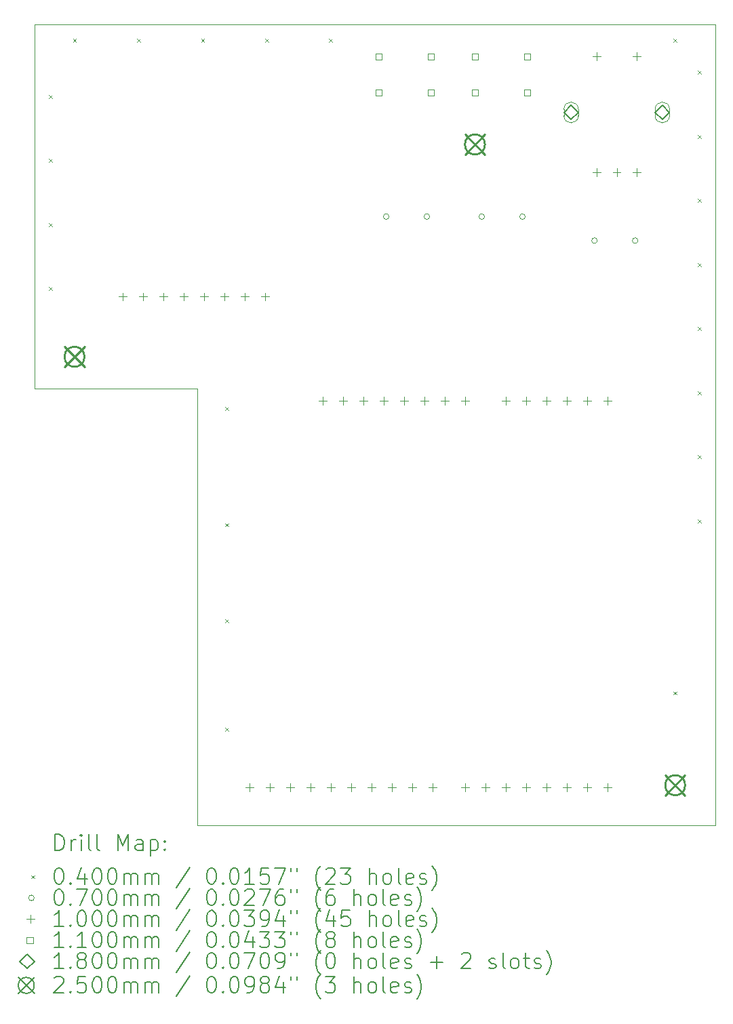
<source format=gbr>
%TF.GenerationSoftware,KiCad,Pcbnew,8.0.3*%
%TF.CreationDate,2024-07-30T19:31:25-07:00*%
%TF.ProjectId,ardxp1,61726478-7031-42e6-9b69-6361645f7063,v0.1*%
%TF.SameCoordinates,Original*%
%TF.FileFunction,Drillmap*%
%TF.FilePolarity,Positive*%
%FSLAX45Y45*%
G04 Gerber Fmt 4.5, Leading zero omitted, Abs format (unit mm)*
G04 Created by KiCad (PCBNEW 8.0.3) date 2024-07-30 19:31:25*
%MOMM*%
%LPD*%
G01*
G04 APERTURE LIST*
%ADD10C,0.050000*%
%ADD11C,0.200000*%
%ADD12C,0.100000*%
%ADD13C,0.110000*%
%ADD14C,0.180000*%
%ADD15C,0.250000*%
G04 APERTURE END LIST*
D10*
X4000000Y-4000000D02*
X4000000Y-8550000D01*
X6032000Y-8550000D02*
X6032500Y-14000000D01*
X4000000Y-8550000D02*
X6032000Y-8550000D01*
X6032500Y-14000000D02*
X12500000Y-14000000D01*
X12500000Y-4000000D02*
X4000000Y-4000000D01*
X12500000Y-14000000D02*
X12500000Y-4000000D01*
D11*
D12*
X4180000Y-4880000D02*
X4220000Y-4920000D01*
X4220000Y-4880000D02*
X4180000Y-4920000D01*
X4180000Y-5680000D02*
X4220000Y-5720000D01*
X4220000Y-5680000D02*
X4180000Y-5720000D01*
X4180000Y-6480000D02*
X4220000Y-6520000D01*
X4220000Y-6480000D02*
X4180000Y-6520000D01*
X4180000Y-7280000D02*
X4220000Y-7320000D01*
X4220000Y-7280000D02*
X4180000Y-7320000D01*
X4480000Y-4180000D02*
X4520000Y-4220000D01*
X4520000Y-4180000D02*
X4480000Y-4220000D01*
X5280000Y-4180000D02*
X5320000Y-4220000D01*
X5320000Y-4180000D02*
X5280000Y-4220000D01*
X6080000Y-4180000D02*
X6120000Y-4220000D01*
X6120000Y-4180000D02*
X6080000Y-4220000D01*
X6380000Y-8780000D02*
X6420000Y-8820000D01*
X6420000Y-8780000D02*
X6380000Y-8820000D01*
X6380000Y-10230000D02*
X6420000Y-10270000D01*
X6420000Y-10230000D02*
X6380000Y-10270000D01*
X6380000Y-11430000D02*
X6420000Y-11470000D01*
X6420000Y-11430000D02*
X6380000Y-11470000D01*
X6380000Y-12780000D02*
X6420000Y-12820000D01*
X6420000Y-12780000D02*
X6380000Y-12820000D01*
X6880000Y-4180000D02*
X6920000Y-4220000D01*
X6920000Y-4180000D02*
X6880000Y-4220000D01*
X7680000Y-4180000D02*
X7720000Y-4220000D01*
X7720000Y-4180000D02*
X7680000Y-4220000D01*
X11980000Y-4180000D02*
X12020000Y-4220000D01*
X12020000Y-4180000D02*
X11980000Y-4220000D01*
X11980000Y-12330000D02*
X12020000Y-12370000D01*
X12020000Y-12330000D02*
X11980000Y-12370000D01*
X12280000Y-4580000D02*
X12320000Y-4620000D01*
X12320000Y-4580000D02*
X12280000Y-4620000D01*
X12280000Y-5380000D02*
X12320000Y-5420000D01*
X12320000Y-5380000D02*
X12280000Y-5420000D01*
X12280000Y-6180000D02*
X12320000Y-6220000D01*
X12320000Y-6180000D02*
X12280000Y-6220000D01*
X12280000Y-6980000D02*
X12320000Y-7020000D01*
X12320000Y-6980000D02*
X12280000Y-7020000D01*
X12280000Y-7780000D02*
X12320000Y-7820000D01*
X12320000Y-7780000D02*
X12280000Y-7820000D01*
X12280000Y-8580000D02*
X12320000Y-8620000D01*
X12320000Y-8580000D02*
X12280000Y-8620000D01*
X12280000Y-9380000D02*
X12320000Y-9420000D01*
X12320000Y-9380000D02*
X12280000Y-9420000D01*
X12280000Y-10180000D02*
X12320000Y-10220000D01*
X12320000Y-10180000D02*
X12280000Y-10220000D01*
X8427000Y-6400000D02*
G75*
G02*
X8357000Y-6400000I-35000J0D01*
G01*
X8357000Y-6400000D02*
G75*
G02*
X8427000Y-6400000I35000J0D01*
G01*
X8935000Y-6400000D02*
G75*
G02*
X8865000Y-6400000I-35000J0D01*
G01*
X8865000Y-6400000D02*
G75*
G02*
X8935000Y-6400000I35000J0D01*
G01*
X9619000Y-6400000D02*
G75*
G02*
X9549000Y-6400000I-35000J0D01*
G01*
X9549000Y-6400000D02*
G75*
G02*
X9619000Y-6400000I35000J0D01*
G01*
X10127000Y-6400000D02*
G75*
G02*
X10057000Y-6400000I-35000J0D01*
G01*
X10057000Y-6400000D02*
G75*
G02*
X10127000Y-6400000I35000J0D01*
G01*
X11027000Y-6700000D02*
G75*
G02*
X10957000Y-6700000I-35000J0D01*
G01*
X10957000Y-6700000D02*
G75*
G02*
X11027000Y-6700000I35000J0D01*
G01*
X11535000Y-6700000D02*
G75*
G02*
X11465000Y-6700000I-35000J0D01*
G01*
X11465000Y-6700000D02*
G75*
G02*
X11535000Y-6700000I35000J0D01*
G01*
X5100000Y-7350000D02*
X5100000Y-7450000D01*
X5050000Y-7400000D02*
X5150000Y-7400000D01*
X5354000Y-7350000D02*
X5354000Y-7450000D01*
X5304000Y-7400000D02*
X5404000Y-7400000D01*
X5608000Y-7350000D02*
X5608000Y-7450000D01*
X5558000Y-7400000D02*
X5658000Y-7400000D01*
X5862000Y-7350000D02*
X5862000Y-7450000D01*
X5812000Y-7400000D02*
X5912000Y-7400000D01*
X6116000Y-7350000D02*
X6116000Y-7450000D01*
X6066000Y-7400000D02*
X6166000Y-7400000D01*
X6370000Y-7350000D02*
X6370000Y-7450000D01*
X6320000Y-7400000D02*
X6420000Y-7400000D01*
X6624000Y-7350000D02*
X6624000Y-7450000D01*
X6574000Y-7400000D02*
X6674000Y-7400000D01*
X6686000Y-13476000D02*
X6686000Y-13576000D01*
X6636000Y-13526000D02*
X6736000Y-13526000D01*
X6878000Y-7350000D02*
X6878000Y-7450000D01*
X6828000Y-7400000D02*
X6928000Y-7400000D01*
X6940000Y-13476000D02*
X6940000Y-13576000D01*
X6890000Y-13526000D02*
X6990000Y-13526000D01*
X7194000Y-13476000D02*
X7194000Y-13576000D01*
X7144000Y-13526000D02*
X7244000Y-13526000D01*
X7448000Y-13476000D02*
X7448000Y-13576000D01*
X7398000Y-13526000D02*
X7498000Y-13526000D01*
X7600000Y-8650000D02*
X7600000Y-8750000D01*
X7550000Y-8700000D02*
X7650000Y-8700000D01*
X7702000Y-13476000D02*
X7702000Y-13576000D01*
X7652000Y-13526000D02*
X7752000Y-13526000D01*
X7854000Y-8650000D02*
X7854000Y-8750000D01*
X7804000Y-8700000D02*
X7904000Y-8700000D01*
X7956000Y-13476000D02*
X7956000Y-13576000D01*
X7906000Y-13526000D02*
X8006000Y-13526000D01*
X8108000Y-8650000D02*
X8108000Y-8750000D01*
X8058000Y-8700000D02*
X8158000Y-8700000D01*
X8210000Y-13476000D02*
X8210000Y-13576000D01*
X8160000Y-13526000D02*
X8260000Y-13526000D01*
X8362000Y-8650000D02*
X8362000Y-8750000D01*
X8312000Y-8700000D02*
X8412000Y-8700000D01*
X8464000Y-13476000D02*
X8464000Y-13576000D01*
X8414000Y-13526000D02*
X8514000Y-13526000D01*
X8616000Y-8650000D02*
X8616000Y-8750000D01*
X8566000Y-8700000D02*
X8666000Y-8700000D01*
X8718000Y-13476000D02*
X8718000Y-13576000D01*
X8668000Y-13526000D02*
X8768000Y-13526000D01*
X8870000Y-8650000D02*
X8870000Y-8750000D01*
X8820000Y-8700000D02*
X8920000Y-8700000D01*
X8972000Y-13476000D02*
X8972000Y-13576000D01*
X8922000Y-13526000D02*
X9022000Y-13526000D01*
X9124000Y-8650000D02*
X9124000Y-8750000D01*
X9074000Y-8700000D02*
X9174000Y-8700000D01*
X9378000Y-8650000D02*
X9378000Y-8750000D01*
X9328000Y-8700000D02*
X9428000Y-8700000D01*
X9378000Y-13476000D02*
X9378000Y-13576000D01*
X9328000Y-13526000D02*
X9428000Y-13526000D01*
X9632000Y-13476000D02*
X9632000Y-13576000D01*
X9582000Y-13526000D02*
X9682000Y-13526000D01*
X9886000Y-8650000D02*
X9886000Y-8750000D01*
X9836000Y-8700000D02*
X9936000Y-8700000D01*
X9886000Y-13476000D02*
X9886000Y-13576000D01*
X9836000Y-13526000D02*
X9936000Y-13526000D01*
X10140000Y-8650000D02*
X10140000Y-8750000D01*
X10090000Y-8700000D02*
X10190000Y-8700000D01*
X10140000Y-13476000D02*
X10140000Y-13576000D01*
X10090000Y-13526000D02*
X10190000Y-13526000D01*
X10394000Y-8650000D02*
X10394000Y-8750000D01*
X10344000Y-8700000D02*
X10444000Y-8700000D01*
X10394000Y-13476000D02*
X10394000Y-13576000D01*
X10344000Y-13526000D02*
X10444000Y-13526000D01*
X10648000Y-8650000D02*
X10648000Y-8750000D01*
X10598000Y-8700000D02*
X10698000Y-8700000D01*
X10648000Y-13476000D02*
X10648000Y-13576000D01*
X10598000Y-13526000D02*
X10698000Y-13526000D01*
X10902000Y-8650000D02*
X10902000Y-8750000D01*
X10852000Y-8700000D02*
X10952000Y-8700000D01*
X10902000Y-13476000D02*
X10902000Y-13576000D01*
X10852000Y-13526000D02*
X10952000Y-13526000D01*
X11020000Y-4350000D02*
X11020000Y-4450000D01*
X10970000Y-4400000D02*
X11070000Y-4400000D01*
X11020000Y-5800000D02*
X11020000Y-5900000D01*
X10970000Y-5850000D02*
X11070000Y-5850000D01*
X11156000Y-8650000D02*
X11156000Y-8750000D01*
X11106000Y-8700000D02*
X11206000Y-8700000D01*
X11156000Y-13476000D02*
X11156000Y-13576000D01*
X11106000Y-13526000D02*
X11206000Y-13526000D01*
X11270000Y-5800000D02*
X11270000Y-5900000D01*
X11220000Y-5850000D02*
X11320000Y-5850000D01*
X11520000Y-4350000D02*
X11520000Y-4450000D01*
X11470000Y-4400000D02*
X11570000Y-4400000D01*
X11520000Y-5800000D02*
X11520000Y-5900000D01*
X11470000Y-5850000D02*
X11570000Y-5850000D01*
D13*
X8338891Y-4438891D02*
X8338891Y-4361109D01*
X8261109Y-4361109D01*
X8261109Y-4438891D01*
X8338891Y-4438891D01*
X8338891Y-4888891D02*
X8338891Y-4811109D01*
X8261109Y-4811109D01*
X8261109Y-4888891D01*
X8338891Y-4888891D01*
X8988891Y-4438891D02*
X8988891Y-4361109D01*
X8911109Y-4361109D01*
X8911109Y-4438891D01*
X8988891Y-4438891D01*
X8988891Y-4888891D02*
X8988891Y-4811109D01*
X8911109Y-4811109D01*
X8911109Y-4888891D01*
X8988891Y-4888891D01*
X9538891Y-4438891D02*
X9538891Y-4361109D01*
X9461109Y-4361109D01*
X9461109Y-4438891D01*
X9538891Y-4438891D01*
X9538891Y-4888891D02*
X9538891Y-4811109D01*
X9461109Y-4811109D01*
X9461109Y-4888891D01*
X9538891Y-4888891D01*
X10188891Y-4438891D02*
X10188891Y-4361109D01*
X10111109Y-4361109D01*
X10111109Y-4438891D01*
X10188891Y-4438891D01*
X10188891Y-4888891D02*
X10188891Y-4811109D01*
X10111109Y-4811109D01*
X10111109Y-4888891D01*
X10188891Y-4888891D01*
D14*
X10700000Y-5190000D02*
X10790000Y-5100000D01*
X10700000Y-5010000D01*
X10610000Y-5100000D01*
X10700000Y-5190000D01*
D12*
X10610000Y-5060000D02*
X10610000Y-5140000D01*
X10790000Y-5140000D02*
G75*
G02*
X10610000Y-5140000I-90000J0D01*
G01*
X10790000Y-5140000D02*
X10790000Y-5060000D01*
X10790000Y-5060000D02*
G75*
G03*
X10610000Y-5060000I-90000J0D01*
G01*
D14*
X11840000Y-5190000D02*
X11930000Y-5100000D01*
X11840000Y-5010000D01*
X11750000Y-5100000D01*
X11840000Y-5190000D01*
D12*
X11750000Y-5060000D02*
X11750000Y-5140000D01*
X11930000Y-5140000D02*
G75*
G02*
X11750000Y-5140000I-90000J0D01*
G01*
X11930000Y-5140000D02*
X11930000Y-5060000D01*
X11930000Y-5060000D02*
G75*
G03*
X11750000Y-5060000I-90000J0D01*
G01*
D15*
X4375000Y-8025000D02*
X4625000Y-8275000D01*
X4625000Y-8025000D02*
X4375000Y-8275000D01*
X4625000Y-8150000D02*
G75*
G02*
X4375000Y-8150000I-125000J0D01*
G01*
X4375000Y-8150000D02*
G75*
G02*
X4625000Y-8150000I125000J0D01*
G01*
X9375000Y-5375000D02*
X9625000Y-5625000D01*
X9625000Y-5375000D02*
X9375000Y-5625000D01*
X9625000Y-5500000D02*
G75*
G02*
X9375000Y-5500000I-125000J0D01*
G01*
X9375000Y-5500000D02*
G75*
G02*
X9625000Y-5500000I125000J0D01*
G01*
X11875000Y-13375000D02*
X12125000Y-13625000D01*
X12125000Y-13375000D02*
X11875000Y-13625000D01*
X12125000Y-13500000D02*
G75*
G02*
X11875000Y-13500000I-125000J0D01*
G01*
X11875000Y-13500000D02*
G75*
G02*
X12125000Y-13500000I125000J0D01*
G01*
D11*
X4258277Y-14313984D02*
X4258277Y-14113984D01*
X4258277Y-14113984D02*
X4305896Y-14113984D01*
X4305896Y-14113984D02*
X4334467Y-14123508D01*
X4334467Y-14123508D02*
X4353515Y-14142555D01*
X4353515Y-14142555D02*
X4363039Y-14161603D01*
X4363039Y-14161603D02*
X4372563Y-14199698D01*
X4372563Y-14199698D02*
X4372563Y-14228269D01*
X4372563Y-14228269D02*
X4363039Y-14266365D01*
X4363039Y-14266365D02*
X4353515Y-14285412D01*
X4353515Y-14285412D02*
X4334467Y-14304460D01*
X4334467Y-14304460D02*
X4305896Y-14313984D01*
X4305896Y-14313984D02*
X4258277Y-14313984D01*
X4458277Y-14313984D02*
X4458277Y-14180650D01*
X4458277Y-14218746D02*
X4467801Y-14199698D01*
X4467801Y-14199698D02*
X4477324Y-14190174D01*
X4477324Y-14190174D02*
X4496372Y-14180650D01*
X4496372Y-14180650D02*
X4515420Y-14180650D01*
X4582086Y-14313984D02*
X4582086Y-14180650D01*
X4582086Y-14113984D02*
X4572563Y-14123508D01*
X4572563Y-14123508D02*
X4582086Y-14133031D01*
X4582086Y-14133031D02*
X4591610Y-14123508D01*
X4591610Y-14123508D02*
X4582086Y-14113984D01*
X4582086Y-14113984D02*
X4582086Y-14133031D01*
X4705896Y-14313984D02*
X4686848Y-14304460D01*
X4686848Y-14304460D02*
X4677324Y-14285412D01*
X4677324Y-14285412D02*
X4677324Y-14113984D01*
X4810658Y-14313984D02*
X4791610Y-14304460D01*
X4791610Y-14304460D02*
X4782086Y-14285412D01*
X4782086Y-14285412D02*
X4782086Y-14113984D01*
X5039229Y-14313984D02*
X5039229Y-14113984D01*
X5039229Y-14113984D02*
X5105896Y-14256841D01*
X5105896Y-14256841D02*
X5172563Y-14113984D01*
X5172563Y-14113984D02*
X5172563Y-14313984D01*
X5353515Y-14313984D02*
X5353515Y-14209222D01*
X5353515Y-14209222D02*
X5343991Y-14190174D01*
X5343991Y-14190174D02*
X5324944Y-14180650D01*
X5324944Y-14180650D02*
X5286848Y-14180650D01*
X5286848Y-14180650D02*
X5267801Y-14190174D01*
X5353515Y-14304460D02*
X5334467Y-14313984D01*
X5334467Y-14313984D02*
X5286848Y-14313984D01*
X5286848Y-14313984D02*
X5267801Y-14304460D01*
X5267801Y-14304460D02*
X5258277Y-14285412D01*
X5258277Y-14285412D02*
X5258277Y-14266365D01*
X5258277Y-14266365D02*
X5267801Y-14247317D01*
X5267801Y-14247317D02*
X5286848Y-14237793D01*
X5286848Y-14237793D02*
X5334467Y-14237793D01*
X5334467Y-14237793D02*
X5353515Y-14228269D01*
X5448753Y-14180650D02*
X5448753Y-14380650D01*
X5448753Y-14190174D02*
X5467801Y-14180650D01*
X5467801Y-14180650D02*
X5505896Y-14180650D01*
X5505896Y-14180650D02*
X5524944Y-14190174D01*
X5524944Y-14190174D02*
X5534467Y-14199698D01*
X5534467Y-14199698D02*
X5543991Y-14218746D01*
X5543991Y-14218746D02*
X5543991Y-14275888D01*
X5543991Y-14275888D02*
X5534467Y-14294936D01*
X5534467Y-14294936D02*
X5524944Y-14304460D01*
X5524944Y-14304460D02*
X5505896Y-14313984D01*
X5505896Y-14313984D02*
X5467801Y-14313984D01*
X5467801Y-14313984D02*
X5448753Y-14304460D01*
X5629705Y-14294936D02*
X5639229Y-14304460D01*
X5639229Y-14304460D02*
X5629705Y-14313984D01*
X5629705Y-14313984D02*
X5620182Y-14304460D01*
X5620182Y-14304460D02*
X5629705Y-14294936D01*
X5629705Y-14294936D02*
X5629705Y-14313984D01*
X5629705Y-14190174D02*
X5639229Y-14199698D01*
X5639229Y-14199698D02*
X5629705Y-14209222D01*
X5629705Y-14209222D02*
X5620182Y-14199698D01*
X5620182Y-14199698D02*
X5629705Y-14190174D01*
X5629705Y-14190174D02*
X5629705Y-14209222D01*
D12*
X3957500Y-14622500D02*
X3997500Y-14662500D01*
X3997500Y-14622500D02*
X3957500Y-14662500D01*
D11*
X4296372Y-14533984D02*
X4315420Y-14533984D01*
X4315420Y-14533984D02*
X4334467Y-14543508D01*
X4334467Y-14543508D02*
X4343991Y-14553031D01*
X4343991Y-14553031D02*
X4353515Y-14572079D01*
X4353515Y-14572079D02*
X4363039Y-14610174D01*
X4363039Y-14610174D02*
X4363039Y-14657793D01*
X4363039Y-14657793D02*
X4353515Y-14695888D01*
X4353515Y-14695888D02*
X4343991Y-14714936D01*
X4343991Y-14714936D02*
X4334467Y-14724460D01*
X4334467Y-14724460D02*
X4315420Y-14733984D01*
X4315420Y-14733984D02*
X4296372Y-14733984D01*
X4296372Y-14733984D02*
X4277324Y-14724460D01*
X4277324Y-14724460D02*
X4267801Y-14714936D01*
X4267801Y-14714936D02*
X4258277Y-14695888D01*
X4258277Y-14695888D02*
X4248753Y-14657793D01*
X4248753Y-14657793D02*
X4248753Y-14610174D01*
X4248753Y-14610174D02*
X4258277Y-14572079D01*
X4258277Y-14572079D02*
X4267801Y-14553031D01*
X4267801Y-14553031D02*
X4277324Y-14543508D01*
X4277324Y-14543508D02*
X4296372Y-14533984D01*
X4448753Y-14714936D02*
X4458277Y-14724460D01*
X4458277Y-14724460D02*
X4448753Y-14733984D01*
X4448753Y-14733984D02*
X4439229Y-14724460D01*
X4439229Y-14724460D02*
X4448753Y-14714936D01*
X4448753Y-14714936D02*
X4448753Y-14733984D01*
X4629705Y-14600650D02*
X4629705Y-14733984D01*
X4582086Y-14524460D02*
X4534467Y-14667317D01*
X4534467Y-14667317D02*
X4658277Y-14667317D01*
X4772563Y-14533984D02*
X4791610Y-14533984D01*
X4791610Y-14533984D02*
X4810658Y-14543508D01*
X4810658Y-14543508D02*
X4820182Y-14553031D01*
X4820182Y-14553031D02*
X4829705Y-14572079D01*
X4829705Y-14572079D02*
X4839229Y-14610174D01*
X4839229Y-14610174D02*
X4839229Y-14657793D01*
X4839229Y-14657793D02*
X4829705Y-14695888D01*
X4829705Y-14695888D02*
X4820182Y-14714936D01*
X4820182Y-14714936D02*
X4810658Y-14724460D01*
X4810658Y-14724460D02*
X4791610Y-14733984D01*
X4791610Y-14733984D02*
X4772563Y-14733984D01*
X4772563Y-14733984D02*
X4753515Y-14724460D01*
X4753515Y-14724460D02*
X4743991Y-14714936D01*
X4743991Y-14714936D02*
X4734467Y-14695888D01*
X4734467Y-14695888D02*
X4724944Y-14657793D01*
X4724944Y-14657793D02*
X4724944Y-14610174D01*
X4724944Y-14610174D02*
X4734467Y-14572079D01*
X4734467Y-14572079D02*
X4743991Y-14553031D01*
X4743991Y-14553031D02*
X4753515Y-14543508D01*
X4753515Y-14543508D02*
X4772563Y-14533984D01*
X4963039Y-14533984D02*
X4982086Y-14533984D01*
X4982086Y-14533984D02*
X5001134Y-14543508D01*
X5001134Y-14543508D02*
X5010658Y-14553031D01*
X5010658Y-14553031D02*
X5020182Y-14572079D01*
X5020182Y-14572079D02*
X5029705Y-14610174D01*
X5029705Y-14610174D02*
X5029705Y-14657793D01*
X5029705Y-14657793D02*
X5020182Y-14695888D01*
X5020182Y-14695888D02*
X5010658Y-14714936D01*
X5010658Y-14714936D02*
X5001134Y-14724460D01*
X5001134Y-14724460D02*
X4982086Y-14733984D01*
X4982086Y-14733984D02*
X4963039Y-14733984D01*
X4963039Y-14733984D02*
X4943991Y-14724460D01*
X4943991Y-14724460D02*
X4934467Y-14714936D01*
X4934467Y-14714936D02*
X4924944Y-14695888D01*
X4924944Y-14695888D02*
X4915420Y-14657793D01*
X4915420Y-14657793D02*
X4915420Y-14610174D01*
X4915420Y-14610174D02*
X4924944Y-14572079D01*
X4924944Y-14572079D02*
X4934467Y-14553031D01*
X4934467Y-14553031D02*
X4943991Y-14543508D01*
X4943991Y-14543508D02*
X4963039Y-14533984D01*
X5115420Y-14733984D02*
X5115420Y-14600650D01*
X5115420Y-14619698D02*
X5124944Y-14610174D01*
X5124944Y-14610174D02*
X5143991Y-14600650D01*
X5143991Y-14600650D02*
X5172563Y-14600650D01*
X5172563Y-14600650D02*
X5191610Y-14610174D01*
X5191610Y-14610174D02*
X5201134Y-14629222D01*
X5201134Y-14629222D02*
X5201134Y-14733984D01*
X5201134Y-14629222D02*
X5210658Y-14610174D01*
X5210658Y-14610174D02*
X5229705Y-14600650D01*
X5229705Y-14600650D02*
X5258277Y-14600650D01*
X5258277Y-14600650D02*
X5277325Y-14610174D01*
X5277325Y-14610174D02*
X5286848Y-14629222D01*
X5286848Y-14629222D02*
X5286848Y-14733984D01*
X5382086Y-14733984D02*
X5382086Y-14600650D01*
X5382086Y-14619698D02*
X5391610Y-14610174D01*
X5391610Y-14610174D02*
X5410658Y-14600650D01*
X5410658Y-14600650D02*
X5439229Y-14600650D01*
X5439229Y-14600650D02*
X5458277Y-14610174D01*
X5458277Y-14610174D02*
X5467801Y-14629222D01*
X5467801Y-14629222D02*
X5467801Y-14733984D01*
X5467801Y-14629222D02*
X5477325Y-14610174D01*
X5477325Y-14610174D02*
X5496372Y-14600650D01*
X5496372Y-14600650D02*
X5524944Y-14600650D01*
X5524944Y-14600650D02*
X5543991Y-14610174D01*
X5543991Y-14610174D02*
X5553515Y-14629222D01*
X5553515Y-14629222D02*
X5553515Y-14733984D01*
X5943991Y-14524460D02*
X5772563Y-14781603D01*
X6201134Y-14533984D02*
X6220182Y-14533984D01*
X6220182Y-14533984D02*
X6239229Y-14543508D01*
X6239229Y-14543508D02*
X6248753Y-14553031D01*
X6248753Y-14553031D02*
X6258277Y-14572079D01*
X6258277Y-14572079D02*
X6267801Y-14610174D01*
X6267801Y-14610174D02*
X6267801Y-14657793D01*
X6267801Y-14657793D02*
X6258277Y-14695888D01*
X6258277Y-14695888D02*
X6248753Y-14714936D01*
X6248753Y-14714936D02*
X6239229Y-14724460D01*
X6239229Y-14724460D02*
X6220182Y-14733984D01*
X6220182Y-14733984D02*
X6201134Y-14733984D01*
X6201134Y-14733984D02*
X6182086Y-14724460D01*
X6182086Y-14724460D02*
X6172563Y-14714936D01*
X6172563Y-14714936D02*
X6163039Y-14695888D01*
X6163039Y-14695888D02*
X6153515Y-14657793D01*
X6153515Y-14657793D02*
X6153515Y-14610174D01*
X6153515Y-14610174D02*
X6163039Y-14572079D01*
X6163039Y-14572079D02*
X6172563Y-14553031D01*
X6172563Y-14553031D02*
X6182086Y-14543508D01*
X6182086Y-14543508D02*
X6201134Y-14533984D01*
X6353515Y-14714936D02*
X6363039Y-14724460D01*
X6363039Y-14724460D02*
X6353515Y-14733984D01*
X6353515Y-14733984D02*
X6343991Y-14724460D01*
X6343991Y-14724460D02*
X6353515Y-14714936D01*
X6353515Y-14714936D02*
X6353515Y-14733984D01*
X6486848Y-14533984D02*
X6505896Y-14533984D01*
X6505896Y-14533984D02*
X6524944Y-14543508D01*
X6524944Y-14543508D02*
X6534467Y-14553031D01*
X6534467Y-14553031D02*
X6543991Y-14572079D01*
X6543991Y-14572079D02*
X6553515Y-14610174D01*
X6553515Y-14610174D02*
X6553515Y-14657793D01*
X6553515Y-14657793D02*
X6543991Y-14695888D01*
X6543991Y-14695888D02*
X6534467Y-14714936D01*
X6534467Y-14714936D02*
X6524944Y-14724460D01*
X6524944Y-14724460D02*
X6505896Y-14733984D01*
X6505896Y-14733984D02*
X6486848Y-14733984D01*
X6486848Y-14733984D02*
X6467801Y-14724460D01*
X6467801Y-14724460D02*
X6458277Y-14714936D01*
X6458277Y-14714936D02*
X6448753Y-14695888D01*
X6448753Y-14695888D02*
X6439229Y-14657793D01*
X6439229Y-14657793D02*
X6439229Y-14610174D01*
X6439229Y-14610174D02*
X6448753Y-14572079D01*
X6448753Y-14572079D02*
X6458277Y-14553031D01*
X6458277Y-14553031D02*
X6467801Y-14543508D01*
X6467801Y-14543508D02*
X6486848Y-14533984D01*
X6743991Y-14733984D02*
X6629706Y-14733984D01*
X6686848Y-14733984D02*
X6686848Y-14533984D01*
X6686848Y-14533984D02*
X6667801Y-14562555D01*
X6667801Y-14562555D02*
X6648753Y-14581603D01*
X6648753Y-14581603D02*
X6629706Y-14591127D01*
X6924944Y-14533984D02*
X6829706Y-14533984D01*
X6829706Y-14533984D02*
X6820182Y-14629222D01*
X6820182Y-14629222D02*
X6829706Y-14619698D01*
X6829706Y-14619698D02*
X6848753Y-14610174D01*
X6848753Y-14610174D02*
X6896372Y-14610174D01*
X6896372Y-14610174D02*
X6915420Y-14619698D01*
X6915420Y-14619698D02*
X6924944Y-14629222D01*
X6924944Y-14629222D02*
X6934467Y-14648269D01*
X6934467Y-14648269D02*
X6934467Y-14695888D01*
X6934467Y-14695888D02*
X6924944Y-14714936D01*
X6924944Y-14714936D02*
X6915420Y-14724460D01*
X6915420Y-14724460D02*
X6896372Y-14733984D01*
X6896372Y-14733984D02*
X6848753Y-14733984D01*
X6848753Y-14733984D02*
X6829706Y-14724460D01*
X6829706Y-14724460D02*
X6820182Y-14714936D01*
X7001134Y-14533984D02*
X7134467Y-14533984D01*
X7134467Y-14533984D02*
X7048753Y-14733984D01*
X7201134Y-14533984D02*
X7201134Y-14572079D01*
X7277325Y-14533984D02*
X7277325Y-14572079D01*
X7572563Y-14810174D02*
X7563039Y-14800650D01*
X7563039Y-14800650D02*
X7543991Y-14772079D01*
X7543991Y-14772079D02*
X7534468Y-14753031D01*
X7534468Y-14753031D02*
X7524944Y-14724460D01*
X7524944Y-14724460D02*
X7515420Y-14676841D01*
X7515420Y-14676841D02*
X7515420Y-14638746D01*
X7515420Y-14638746D02*
X7524944Y-14591127D01*
X7524944Y-14591127D02*
X7534468Y-14562555D01*
X7534468Y-14562555D02*
X7543991Y-14543508D01*
X7543991Y-14543508D02*
X7563039Y-14514936D01*
X7563039Y-14514936D02*
X7572563Y-14505412D01*
X7639229Y-14553031D02*
X7648753Y-14543508D01*
X7648753Y-14543508D02*
X7667801Y-14533984D01*
X7667801Y-14533984D02*
X7715420Y-14533984D01*
X7715420Y-14533984D02*
X7734468Y-14543508D01*
X7734468Y-14543508D02*
X7743991Y-14553031D01*
X7743991Y-14553031D02*
X7753515Y-14572079D01*
X7753515Y-14572079D02*
X7753515Y-14591127D01*
X7753515Y-14591127D02*
X7743991Y-14619698D01*
X7743991Y-14619698D02*
X7629706Y-14733984D01*
X7629706Y-14733984D02*
X7753515Y-14733984D01*
X7820182Y-14533984D02*
X7943991Y-14533984D01*
X7943991Y-14533984D02*
X7877325Y-14610174D01*
X7877325Y-14610174D02*
X7905896Y-14610174D01*
X7905896Y-14610174D02*
X7924944Y-14619698D01*
X7924944Y-14619698D02*
X7934468Y-14629222D01*
X7934468Y-14629222D02*
X7943991Y-14648269D01*
X7943991Y-14648269D02*
X7943991Y-14695888D01*
X7943991Y-14695888D02*
X7934468Y-14714936D01*
X7934468Y-14714936D02*
X7924944Y-14724460D01*
X7924944Y-14724460D02*
X7905896Y-14733984D01*
X7905896Y-14733984D02*
X7848753Y-14733984D01*
X7848753Y-14733984D02*
X7829706Y-14724460D01*
X7829706Y-14724460D02*
X7820182Y-14714936D01*
X8182087Y-14733984D02*
X8182087Y-14533984D01*
X8267801Y-14733984D02*
X8267801Y-14629222D01*
X8267801Y-14629222D02*
X8258277Y-14610174D01*
X8258277Y-14610174D02*
X8239230Y-14600650D01*
X8239230Y-14600650D02*
X8210658Y-14600650D01*
X8210658Y-14600650D02*
X8191610Y-14610174D01*
X8191610Y-14610174D02*
X8182087Y-14619698D01*
X8391611Y-14733984D02*
X8372563Y-14724460D01*
X8372563Y-14724460D02*
X8363039Y-14714936D01*
X8363039Y-14714936D02*
X8353515Y-14695888D01*
X8353515Y-14695888D02*
X8353515Y-14638746D01*
X8353515Y-14638746D02*
X8363039Y-14619698D01*
X8363039Y-14619698D02*
X8372563Y-14610174D01*
X8372563Y-14610174D02*
X8391611Y-14600650D01*
X8391611Y-14600650D02*
X8420182Y-14600650D01*
X8420182Y-14600650D02*
X8439230Y-14610174D01*
X8439230Y-14610174D02*
X8448753Y-14619698D01*
X8448753Y-14619698D02*
X8458277Y-14638746D01*
X8458277Y-14638746D02*
X8458277Y-14695888D01*
X8458277Y-14695888D02*
X8448753Y-14714936D01*
X8448753Y-14714936D02*
X8439230Y-14724460D01*
X8439230Y-14724460D02*
X8420182Y-14733984D01*
X8420182Y-14733984D02*
X8391611Y-14733984D01*
X8572563Y-14733984D02*
X8553515Y-14724460D01*
X8553515Y-14724460D02*
X8543992Y-14705412D01*
X8543992Y-14705412D02*
X8543992Y-14533984D01*
X8724944Y-14724460D02*
X8705896Y-14733984D01*
X8705896Y-14733984D02*
X8667801Y-14733984D01*
X8667801Y-14733984D02*
X8648753Y-14724460D01*
X8648753Y-14724460D02*
X8639230Y-14705412D01*
X8639230Y-14705412D02*
X8639230Y-14629222D01*
X8639230Y-14629222D02*
X8648753Y-14610174D01*
X8648753Y-14610174D02*
X8667801Y-14600650D01*
X8667801Y-14600650D02*
X8705896Y-14600650D01*
X8705896Y-14600650D02*
X8724944Y-14610174D01*
X8724944Y-14610174D02*
X8734468Y-14629222D01*
X8734468Y-14629222D02*
X8734468Y-14648269D01*
X8734468Y-14648269D02*
X8639230Y-14667317D01*
X8810658Y-14724460D02*
X8829706Y-14733984D01*
X8829706Y-14733984D02*
X8867801Y-14733984D01*
X8867801Y-14733984D02*
X8886849Y-14724460D01*
X8886849Y-14724460D02*
X8896373Y-14705412D01*
X8896373Y-14705412D02*
X8896373Y-14695888D01*
X8896373Y-14695888D02*
X8886849Y-14676841D01*
X8886849Y-14676841D02*
X8867801Y-14667317D01*
X8867801Y-14667317D02*
X8839230Y-14667317D01*
X8839230Y-14667317D02*
X8820182Y-14657793D01*
X8820182Y-14657793D02*
X8810658Y-14638746D01*
X8810658Y-14638746D02*
X8810658Y-14629222D01*
X8810658Y-14629222D02*
X8820182Y-14610174D01*
X8820182Y-14610174D02*
X8839230Y-14600650D01*
X8839230Y-14600650D02*
X8867801Y-14600650D01*
X8867801Y-14600650D02*
X8886849Y-14610174D01*
X8963039Y-14810174D02*
X8972563Y-14800650D01*
X8972563Y-14800650D02*
X8991611Y-14772079D01*
X8991611Y-14772079D02*
X9001134Y-14753031D01*
X9001134Y-14753031D02*
X9010658Y-14724460D01*
X9010658Y-14724460D02*
X9020182Y-14676841D01*
X9020182Y-14676841D02*
X9020182Y-14638746D01*
X9020182Y-14638746D02*
X9010658Y-14591127D01*
X9010658Y-14591127D02*
X9001134Y-14562555D01*
X9001134Y-14562555D02*
X8991611Y-14543508D01*
X8991611Y-14543508D02*
X8972563Y-14514936D01*
X8972563Y-14514936D02*
X8963039Y-14505412D01*
D12*
X3997500Y-14906500D02*
G75*
G02*
X3927500Y-14906500I-35000J0D01*
G01*
X3927500Y-14906500D02*
G75*
G02*
X3997500Y-14906500I35000J0D01*
G01*
D11*
X4296372Y-14797984D02*
X4315420Y-14797984D01*
X4315420Y-14797984D02*
X4334467Y-14807508D01*
X4334467Y-14807508D02*
X4343991Y-14817031D01*
X4343991Y-14817031D02*
X4353515Y-14836079D01*
X4353515Y-14836079D02*
X4363039Y-14874174D01*
X4363039Y-14874174D02*
X4363039Y-14921793D01*
X4363039Y-14921793D02*
X4353515Y-14959888D01*
X4353515Y-14959888D02*
X4343991Y-14978936D01*
X4343991Y-14978936D02*
X4334467Y-14988460D01*
X4334467Y-14988460D02*
X4315420Y-14997984D01*
X4315420Y-14997984D02*
X4296372Y-14997984D01*
X4296372Y-14997984D02*
X4277324Y-14988460D01*
X4277324Y-14988460D02*
X4267801Y-14978936D01*
X4267801Y-14978936D02*
X4258277Y-14959888D01*
X4258277Y-14959888D02*
X4248753Y-14921793D01*
X4248753Y-14921793D02*
X4248753Y-14874174D01*
X4248753Y-14874174D02*
X4258277Y-14836079D01*
X4258277Y-14836079D02*
X4267801Y-14817031D01*
X4267801Y-14817031D02*
X4277324Y-14807508D01*
X4277324Y-14807508D02*
X4296372Y-14797984D01*
X4448753Y-14978936D02*
X4458277Y-14988460D01*
X4458277Y-14988460D02*
X4448753Y-14997984D01*
X4448753Y-14997984D02*
X4439229Y-14988460D01*
X4439229Y-14988460D02*
X4448753Y-14978936D01*
X4448753Y-14978936D02*
X4448753Y-14997984D01*
X4524944Y-14797984D02*
X4658277Y-14797984D01*
X4658277Y-14797984D02*
X4572563Y-14997984D01*
X4772563Y-14797984D02*
X4791610Y-14797984D01*
X4791610Y-14797984D02*
X4810658Y-14807508D01*
X4810658Y-14807508D02*
X4820182Y-14817031D01*
X4820182Y-14817031D02*
X4829705Y-14836079D01*
X4829705Y-14836079D02*
X4839229Y-14874174D01*
X4839229Y-14874174D02*
X4839229Y-14921793D01*
X4839229Y-14921793D02*
X4829705Y-14959888D01*
X4829705Y-14959888D02*
X4820182Y-14978936D01*
X4820182Y-14978936D02*
X4810658Y-14988460D01*
X4810658Y-14988460D02*
X4791610Y-14997984D01*
X4791610Y-14997984D02*
X4772563Y-14997984D01*
X4772563Y-14997984D02*
X4753515Y-14988460D01*
X4753515Y-14988460D02*
X4743991Y-14978936D01*
X4743991Y-14978936D02*
X4734467Y-14959888D01*
X4734467Y-14959888D02*
X4724944Y-14921793D01*
X4724944Y-14921793D02*
X4724944Y-14874174D01*
X4724944Y-14874174D02*
X4734467Y-14836079D01*
X4734467Y-14836079D02*
X4743991Y-14817031D01*
X4743991Y-14817031D02*
X4753515Y-14807508D01*
X4753515Y-14807508D02*
X4772563Y-14797984D01*
X4963039Y-14797984D02*
X4982086Y-14797984D01*
X4982086Y-14797984D02*
X5001134Y-14807508D01*
X5001134Y-14807508D02*
X5010658Y-14817031D01*
X5010658Y-14817031D02*
X5020182Y-14836079D01*
X5020182Y-14836079D02*
X5029705Y-14874174D01*
X5029705Y-14874174D02*
X5029705Y-14921793D01*
X5029705Y-14921793D02*
X5020182Y-14959888D01*
X5020182Y-14959888D02*
X5010658Y-14978936D01*
X5010658Y-14978936D02*
X5001134Y-14988460D01*
X5001134Y-14988460D02*
X4982086Y-14997984D01*
X4982086Y-14997984D02*
X4963039Y-14997984D01*
X4963039Y-14997984D02*
X4943991Y-14988460D01*
X4943991Y-14988460D02*
X4934467Y-14978936D01*
X4934467Y-14978936D02*
X4924944Y-14959888D01*
X4924944Y-14959888D02*
X4915420Y-14921793D01*
X4915420Y-14921793D02*
X4915420Y-14874174D01*
X4915420Y-14874174D02*
X4924944Y-14836079D01*
X4924944Y-14836079D02*
X4934467Y-14817031D01*
X4934467Y-14817031D02*
X4943991Y-14807508D01*
X4943991Y-14807508D02*
X4963039Y-14797984D01*
X5115420Y-14997984D02*
X5115420Y-14864650D01*
X5115420Y-14883698D02*
X5124944Y-14874174D01*
X5124944Y-14874174D02*
X5143991Y-14864650D01*
X5143991Y-14864650D02*
X5172563Y-14864650D01*
X5172563Y-14864650D02*
X5191610Y-14874174D01*
X5191610Y-14874174D02*
X5201134Y-14893222D01*
X5201134Y-14893222D02*
X5201134Y-14997984D01*
X5201134Y-14893222D02*
X5210658Y-14874174D01*
X5210658Y-14874174D02*
X5229705Y-14864650D01*
X5229705Y-14864650D02*
X5258277Y-14864650D01*
X5258277Y-14864650D02*
X5277325Y-14874174D01*
X5277325Y-14874174D02*
X5286848Y-14893222D01*
X5286848Y-14893222D02*
X5286848Y-14997984D01*
X5382086Y-14997984D02*
X5382086Y-14864650D01*
X5382086Y-14883698D02*
X5391610Y-14874174D01*
X5391610Y-14874174D02*
X5410658Y-14864650D01*
X5410658Y-14864650D02*
X5439229Y-14864650D01*
X5439229Y-14864650D02*
X5458277Y-14874174D01*
X5458277Y-14874174D02*
X5467801Y-14893222D01*
X5467801Y-14893222D02*
X5467801Y-14997984D01*
X5467801Y-14893222D02*
X5477325Y-14874174D01*
X5477325Y-14874174D02*
X5496372Y-14864650D01*
X5496372Y-14864650D02*
X5524944Y-14864650D01*
X5524944Y-14864650D02*
X5543991Y-14874174D01*
X5543991Y-14874174D02*
X5553515Y-14893222D01*
X5553515Y-14893222D02*
X5553515Y-14997984D01*
X5943991Y-14788460D02*
X5772563Y-15045603D01*
X6201134Y-14797984D02*
X6220182Y-14797984D01*
X6220182Y-14797984D02*
X6239229Y-14807508D01*
X6239229Y-14807508D02*
X6248753Y-14817031D01*
X6248753Y-14817031D02*
X6258277Y-14836079D01*
X6258277Y-14836079D02*
X6267801Y-14874174D01*
X6267801Y-14874174D02*
X6267801Y-14921793D01*
X6267801Y-14921793D02*
X6258277Y-14959888D01*
X6258277Y-14959888D02*
X6248753Y-14978936D01*
X6248753Y-14978936D02*
X6239229Y-14988460D01*
X6239229Y-14988460D02*
X6220182Y-14997984D01*
X6220182Y-14997984D02*
X6201134Y-14997984D01*
X6201134Y-14997984D02*
X6182086Y-14988460D01*
X6182086Y-14988460D02*
X6172563Y-14978936D01*
X6172563Y-14978936D02*
X6163039Y-14959888D01*
X6163039Y-14959888D02*
X6153515Y-14921793D01*
X6153515Y-14921793D02*
X6153515Y-14874174D01*
X6153515Y-14874174D02*
X6163039Y-14836079D01*
X6163039Y-14836079D02*
X6172563Y-14817031D01*
X6172563Y-14817031D02*
X6182086Y-14807508D01*
X6182086Y-14807508D02*
X6201134Y-14797984D01*
X6353515Y-14978936D02*
X6363039Y-14988460D01*
X6363039Y-14988460D02*
X6353515Y-14997984D01*
X6353515Y-14997984D02*
X6343991Y-14988460D01*
X6343991Y-14988460D02*
X6353515Y-14978936D01*
X6353515Y-14978936D02*
X6353515Y-14997984D01*
X6486848Y-14797984D02*
X6505896Y-14797984D01*
X6505896Y-14797984D02*
X6524944Y-14807508D01*
X6524944Y-14807508D02*
X6534467Y-14817031D01*
X6534467Y-14817031D02*
X6543991Y-14836079D01*
X6543991Y-14836079D02*
X6553515Y-14874174D01*
X6553515Y-14874174D02*
X6553515Y-14921793D01*
X6553515Y-14921793D02*
X6543991Y-14959888D01*
X6543991Y-14959888D02*
X6534467Y-14978936D01*
X6534467Y-14978936D02*
X6524944Y-14988460D01*
X6524944Y-14988460D02*
X6505896Y-14997984D01*
X6505896Y-14997984D02*
X6486848Y-14997984D01*
X6486848Y-14997984D02*
X6467801Y-14988460D01*
X6467801Y-14988460D02*
X6458277Y-14978936D01*
X6458277Y-14978936D02*
X6448753Y-14959888D01*
X6448753Y-14959888D02*
X6439229Y-14921793D01*
X6439229Y-14921793D02*
X6439229Y-14874174D01*
X6439229Y-14874174D02*
X6448753Y-14836079D01*
X6448753Y-14836079D02*
X6458277Y-14817031D01*
X6458277Y-14817031D02*
X6467801Y-14807508D01*
X6467801Y-14807508D02*
X6486848Y-14797984D01*
X6629706Y-14817031D02*
X6639229Y-14807508D01*
X6639229Y-14807508D02*
X6658277Y-14797984D01*
X6658277Y-14797984D02*
X6705896Y-14797984D01*
X6705896Y-14797984D02*
X6724944Y-14807508D01*
X6724944Y-14807508D02*
X6734467Y-14817031D01*
X6734467Y-14817031D02*
X6743991Y-14836079D01*
X6743991Y-14836079D02*
X6743991Y-14855127D01*
X6743991Y-14855127D02*
X6734467Y-14883698D01*
X6734467Y-14883698D02*
X6620182Y-14997984D01*
X6620182Y-14997984D02*
X6743991Y-14997984D01*
X6810658Y-14797984D02*
X6943991Y-14797984D01*
X6943991Y-14797984D02*
X6858277Y-14997984D01*
X7105896Y-14797984D02*
X7067801Y-14797984D01*
X7067801Y-14797984D02*
X7048753Y-14807508D01*
X7048753Y-14807508D02*
X7039229Y-14817031D01*
X7039229Y-14817031D02*
X7020182Y-14845603D01*
X7020182Y-14845603D02*
X7010658Y-14883698D01*
X7010658Y-14883698D02*
X7010658Y-14959888D01*
X7010658Y-14959888D02*
X7020182Y-14978936D01*
X7020182Y-14978936D02*
X7029706Y-14988460D01*
X7029706Y-14988460D02*
X7048753Y-14997984D01*
X7048753Y-14997984D02*
X7086848Y-14997984D01*
X7086848Y-14997984D02*
X7105896Y-14988460D01*
X7105896Y-14988460D02*
X7115420Y-14978936D01*
X7115420Y-14978936D02*
X7124944Y-14959888D01*
X7124944Y-14959888D02*
X7124944Y-14912269D01*
X7124944Y-14912269D02*
X7115420Y-14893222D01*
X7115420Y-14893222D02*
X7105896Y-14883698D01*
X7105896Y-14883698D02*
X7086848Y-14874174D01*
X7086848Y-14874174D02*
X7048753Y-14874174D01*
X7048753Y-14874174D02*
X7029706Y-14883698D01*
X7029706Y-14883698D02*
X7020182Y-14893222D01*
X7020182Y-14893222D02*
X7010658Y-14912269D01*
X7201134Y-14797984D02*
X7201134Y-14836079D01*
X7277325Y-14797984D02*
X7277325Y-14836079D01*
X7572563Y-15074174D02*
X7563039Y-15064650D01*
X7563039Y-15064650D02*
X7543991Y-15036079D01*
X7543991Y-15036079D02*
X7534468Y-15017031D01*
X7534468Y-15017031D02*
X7524944Y-14988460D01*
X7524944Y-14988460D02*
X7515420Y-14940841D01*
X7515420Y-14940841D02*
X7515420Y-14902746D01*
X7515420Y-14902746D02*
X7524944Y-14855127D01*
X7524944Y-14855127D02*
X7534468Y-14826555D01*
X7534468Y-14826555D02*
X7543991Y-14807508D01*
X7543991Y-14807508D02*
X7563039Y-14778936D01*
X7563039Y-14778936D02*
X7572563Y-14769412D01*
X7734468Y-14797984D02*
X7696372Y-14797984D01*
X7696372Y-14797984D02*
X7677325Y-14807508D01*
X7677325Y-14807508D02*
X7667801Y-14817031D01*
X7667801Y-14817031D02*
X7648753Y-14845603D01*
X7648753Y-14845603D02*
X7639229Y-14883698D01*
X7639229Y-14883698D02*
X7639229Y-14959888D01*
X7639229Y-14959888D02*
X7648753Y-14978936D01*
X7648753Y-14978936D02*
X7658277Y-14988460D01*
X7658277Y-14988460D02*
X7677325Y-14997984D01*
X7677325Y-14997984D02*
X7715420Y-14997984D01*
X7715420Y-14997984D02*
X7734468Y-14988460D01*
X7734468Y-14988460D02*
X7743991Y-14978936D01*
X7743991Y-14978936D02*
X7753515Y-14959888D01*
X7753515Y-14959888D02*
X7753515Y-14912269D01*
X7753515Y-14912269D02*
X7743991Y-14893222D01*
X7743991Y-14893222D02*
X7734468Y-14883698D01*
X7734468Y-14883698D02*
X7715420Y-14874174D01*
X7715420Y-14874174D02*
X7677325Y-14874174D01*
X7677325Y-14874174D02*
X7658277Y-14883698D01*
X7658277Y-14883698D02*
X7648753Y-14893222D01*
X7648753Y-14893222D02*
X7639229Y-14912269D01*
X7991610Y-14997984D02*
X7991610Y-14797984D01*
X8077325Y-14997984D02*
X8077325Y-14893222D01*
X8077325Y-14893222D02*
X8067801Y-14874174D01*
X8067801Y-14874174D02*
X8048753Y-14864650D01*
X8048753Y-14864650D02*
X8020182Y-14864650D01*
X8020182Y-14864650D02*
X8001134Y-14874174D01*
X8001134Y-14874174D02*
X7991610Y-14883698D01*
X8201134Y-14997984D02*
X8182087Y-14988460D01*
X8182087Y-14988460D02*
X8172563Y-14978936D01*
X8172563Y-14978936D02*
X8163039Y-14959888D01*
X8163039Y-14959888D02*
X8163039Y-14902746D01*
X8163039Y-14902746D02*
X8172563Y-14883698D01*
X8172563Y-14883698D02*
X8182087Y-14874174D01*
X8182087Y-14874174D02*
X8201134Y-14864650D01*
X8201134Y-14864650D02*
X8229706Y-14864650D01*
X8229706Y-14864650D02*
X8248753Y-14874174D01*
X8248753Y-14874174D02*
X8258277Y-14883698D01*
X8258277Y-14883698D02*
X8267801Y-14902746D01*
X8267801Y-14902746D02*
X8267801Y-14959888D01*
X8267801Y-14959888D02*
X8258277Y-14978936D01*
X8258277Y-14978936D02*
X8248753Y-14988460D01*
X8248753Y-14988460D02*
X8229706Y-14997984D01*
X8229706Y-14997984D02*
X8201134Y-14997984D01*
X8382087Y-14997984D02*
X8363039Y-14988460D01*
X8363039Y-14988460D02*
X8353515Y-14969412D01*
X8353515Y-14969412D02*
X8353515Y-14797984D01*
X8534468Y-14988460D02*
X8515420Y-14997984D01*
X8515420Y-14997984D02*
X8477325Y-14997984D01*
X8477325Y-14997984D02*
X8458277Y-14988460D01*
X8458277Y-14988460D02*
X8448753Y-14969412D01*
X8448753Y-14969412D02*
X8448753Y-14893222D01*
X8448753Y-14893222D02*
X8458277Y-14874174D01*
X8458277Y-14874174D02*
X8477325Y-14864650D01*
X8477325Y-14864650D02*
X8515420Y-14864650D01*
X8515420Y-14864650D02*
X8534468Y-14874174D01*
X8534468Y-14874174D02*
X8543992Y-14893222D01*
X8543992Y-14893222D02*
X8543992Y-14912269D01*
X8543992Y-14912269D02*
X8448753Y-14931317D01*
X8620182Y-14988460D02*
X8639230Y-14997984D01*
X8639230Y-14997984D02*
X8677325Y-14997984D01*
X8677325Y-14997984D02*
X8696373Y-14988460D01*
X8696373Y-14988460D02*
X8705896Y-14969412D01*
X8705896Y-14969412D02*
X8705896Y-14959888D01*
X8705896Y-14959888D02*
X8696373Y-14940841D01*
X8696373Y-14940841D02*
X8677325Y-14931317D01*
X8677325Y-14931317D02*
X8648753Y-14931317D01*
X8648753Y-14931317D02*
X8629706Y-14921793D01*
X8629706Y-14921793D02*
X8620182Y-14902746D01*
X8620182Y-14902746D02*
X8620182Y-14893222D01*
X8620182Y-14893222D02*
X8629706Y-14874174D01*
X8629706Y-14874174D02*
X8648753Y-14864650D01*
X8648753Y-14864650D02*
X8677325Y-14864650D01*
X8677325Y-14864650D02*
X8696373Y-14874174D01*
X8772563Y-15074174D02*
X8782087Y-15064650D01*
X8782087Y-15064650D02*
X8801134Y-15036079D01*
X8801134Y-15036079D02*
X8810658Y-15017031D01*
X8810658Y-15017031D02*
X8820182Y-14988460D01*
X8820182Y-14988460D02*
X8829706Y-14940841D01*
X8829706Y-14940841D02*
X8829706Y-14902746D01*
X8829706Y-14902746D02*
X8820182Y-14855127D01*
X8820182Y-14855127D02*
X8810658Y-14826555D01*
X8810658Y-14826555D02*
X8801134Y-14807508D01*
X8801134Y-14807508D02*
X8782087Y-14778936D01*
X8782087Y-14778936D02*
X8772563Y-14769412D01*
D12*
X3947500Y-15120500D02*
X3947500Y-15220500D01*
X3897500Y-15170500D02*
X3997500Y-15170500D01*
D11*
X4363039Y-15261984D02*
X4248753Y-15261984D01*
X4305896Y-15261984D02*
X4305896Y-15061984D01*
X4305896Y-15061984D02*
X4286848Y-15090555D01*
X4286848Y-15090555D02*
X4267801Y-15109603D01*
X4267801Y-15109603D02*
X4248753Y-15119127D01*
X4448753Y-15242936D02*
X4458277Y-15252460D01*
X4458277Y-15252460D02*
X4448753Y-15261984D01*
X4448753Y-15261984D02*
X4439229Y-15252460D01*
X4439229Y-15252460D02*
X4448753Y-15242936D01*
X4448753Y-15242936D02*
X4448753Y-15261984D01*
X4582086Y-15061984D02*
X4601134Y-15061984D01*
X4601134Y-15061984D02*
X4620182Y-15071508D01*
X4620182Y-15071508D02*
X4629705Y-15081031D01*
X4629705Y-15081031D02*
X4639229Y-15100079D01*
X4639229Y-15100079D02*
X4648753Y-15138174D01*
X4648753Y-15138174D02*
X4648753Y-15185793D01*
X4648753Y-15185793D02*
X4639229Y-15223888D01*
X4639229Y-15223888D02*
X4629705Y-15242936D01*
X4629705Y-15242936D02*
X4620182Y-15252460D01*
X4620182Y-15252460D02*
X4601134Y-15261984D01*
X4601134Y-15261984D02*
X4582086Y-15261984D01*
X4582086Y-15261984D02*
X4563039Y-15252460D01*
X4563039Y-15252460D02*
X4553515Y-15242936D01*
X4553515Y-15242936D02*
X4543991Y-15223888D01*
X4543991Y-15223888D02*
X4534467Y-15185793D01*
X4534467Y-15185793D02*
X4534467Y-15138174D01*
X4534467Y-15138174D02*
X4543991Y-15100079D01*
X4543991Y-15100079D02*
X4553515Y-15081031D01*
X4553515Y-15081031D02*
X4563039Y-15071508D01*
X4563039Y-15071508D02*
X4582086Y-15061984D01*
X4772563Y-15061984D02*
X4791610Y-15061984D01*
X4791610Y-15061984D02*
X4810658Y-15071508D01*
X4810658Y-15071508D02*
X4820182Y-15081031D01*
X4820182Y-15081031D02*
X4829705Y-15100079D01*
X4829705Y-15100079D02*
X4839229Y-15138174D01*
X4839229Y-15138174D02*
X4839229Y-15185793D01*
X4839229Y-15185793D02*
X4829705Y-15223888D01*
X4829705Y-15223888D02*
X4820182Y-15242936D01*
X4820182Y-15242936D02*
X4810658Y-15252460D01*
X4810658Y-15252460D02*
X4791610Y-15261984D01*
X4791610Y-15261984D02*
X4772563Y-15261984D01*
X4772563Y-15261984D02*
X4753515Y-15252460D01*
X4753515Y-15252460D02*
X4743991Y-15242936D01*
X4743991Y-15242936D02*
X4734467Y-15223888D01*
X4734467Y-15223888D02*
X4724944Y-15185793D01*
X4724944Y-15185793D02*
X4724944Y-15138174D01*
X4724944Y-15138174D02*
X4734467Y-15100079D01*
X4734467Y-15100079D02*
X4743991Y-15081031D01*
X4743991Y-15081031D02*
X4753515Y-15071508D01*
X4753515Y-15071508D02*
X4772563Y-15061984D01*
X4963039Y-15061984D02*
X4982086Y-15061984D01*
X4982086Y-15061984D02*
X5001134Y-15071508D01*
X5001134Y-15071508D02*
X5010658Y-15081031D01*
X5010658Y-15081031D02*
X5020182Y-15100079D01*
X5020182Y-15100079D02*
X5029705Y-15138174D01*
X5029705Y-15138174D02*
X5029705Y-15185793D01*
X5029705Y-15185793D02*
X5020182Y-15223888D01*
X5020182Y-15223888D02*
X5010658Y-15242936D01*
X5010658Y-15242936D02*
X5001134Y-15252460D01*
X5001134Y-15252460D02*
X4982086Y-15261984D01*
X4982086Y-15261984D02*
X4963039Y-15261984D01*
X4963039Y-15261984D02*
X4943991Y-15252460D01*
X4943991Y-15252460D02*
X4934467Y-15242936D01*
X4934467Y-15242936D02*
X4924944Y-15223888D01*
X4924944Y-15223888D02*
X4915420Y-15185793D01*
X4915420Y-15185793D02*
X4915420Y-15138174D01*
X4915420Y-15138174D02*
X4924944Y-15100079D01*
X4924944Y-15100079D02*
X4934467Y-15081031D01*
X4934467Y-15081031D02*
X4943991Y-15071508D01*
X4943991Y-15071508D02*
X4963039Y-15061984D01*
X5115420Y-15261984D02*
X5115420Y-15128650D01*
X5115420Y-15147698D02*
X5124944Y-15138174D01*
X5124944Y-15138174D02*
X5143991Y-15128650D01*
X5143991Y-15128650D02*
X5172563Y-15128650D01*
X5172563Y-15128650D02*
X5191610Y-15138174D01*
X5191610Y-15138174D02*
X5201134Y-15157222D01*
X5201134Y-15157222D02*
X5201134Y-15261984D01*
X5201134Y-15157222D02*
X5210658Y-15138174D01*
X5210658Y-15138174D02*
X5229705Y-15128650D01*
X5229705Y-15128650D02*
X5258277Y-15128650D01*
X5258277Y-15128650D02*
X5277325Y-15138174D01*
X5277325Y-15138174D02*
X5286848Y-15157222D01*
X5286848Y-15157222D02*
X5286848Y-15261984D01*
X5382086Y-15261984D02*
X5382086Y-15128650D01*
X5382086Y-15147698D02*
X5391610Y-15138174D01*
X5391610Y-15138174D02*
X5410658Y-15128650D01*
X5410658Y-15128650D02*
X5439229Y-15128650D01*
X5439229Y-15128650D02*
X5458277Y-15138174D01*
X5458277Y-15138174D02*
X5467801Y-15157222D01*
X5467801Y-15157222D02*
X5467801Y-15261984D01*
X5467801Y-15157222D02*
X5477325Y-15138174D01*
X5477325Y-15138174D02*
X5496372Y-15128650D01*
X5496372Y-15128650D02*
X5524944Y-15128650D01*
X5524944Y-15128650D02*
X5543991Y-15138174D01*
X5543991Y-15138174D02*
X5553515Y-15157222D01*
X5553515Y-15157222D02*
X5553515Y-15261984D01*
X5943991Y-15052460D02*
X5772563Y-15309603D01*
X6201134Y-15061984D02*
X6220182Y-15061984D01*
X6220182Y-15061984D02*
X6239229Y-15071508D01*
X6239229Y-15071508D02*
X6248753Y-15081031D01*
X6248753Y-15081031D02*
X6258277Y-15100079D01*
X6258277Y-15100079D02*
X6267801Y-15138174D01*
X6267801Y-15138174D02*
X6267801Y-15185793D01*
X6267801Y-15185793D02*
X6258277Y-15223888D01*
X6258277Y-15223888D02*
X6248753Y-15242936D01*
X6248753Y-15242936D02*
X6239229Y-15252460D01*
X6239229Y-15252460D02*
X6220182Y-15261984D01*
X6220182Y-15261984D02*
X6201134Y-15261984D01*
X6201134Y-15261984D02*
X6182086Y-15252460D01*
X6182086Y-15252460D02*
X6172563Y-15242936D01*
X6172563Y-15242936D02*
X6163039Y-15223888D01*
X6163039Y-15223888D02*
X6153515Y-15185793D01*
X6153515Y-15185793D02*
X6153515Y-15138174D01*
X6153515Y-15138174D02*
X6163039Y-15100079D01*
X6163039Y-15100079D02*
X6172563Y-15081031D01*
X6172563Y-15081031D02*
X6182086Y-15071508D01*
X6182086Y-15071508D02*
X6201134Y-15061984D01*
X6353515Y-15242936D02*
X6363039Y-15252460D01*
X6363039Y-15252460D02*
X6353515Y-15261984D01*
X6353515Y-15261984D02*
X6343991Y-15252460D01*
X6343991Y-15252460D02*
X6353515Y-15242936D01*
X6353515Y-15242936D02*
X6353515Y-15261984D01*
X6486848Y-15061984D02*
X6505896Y-15061984D01*
X6505896Y-15061984D02*
X6524944Y-15071508D01*
X6524944Y-15071508D02*
X6534467Y-15081031D01*
X6534467Y-15081031D02*
X6543991Y-15100079D01*
X6543991Y-15100079D02*
X6553515Y-15138174D01*
X6553515Y-15138174D02*
X6553515Y-15185793D01*
X6553515Y-15185793D02*
X6543991Y-15223888D01*
X6543991Y-15223888D02*
X6534467Y-15242936D01*
X6534467Y-15242936D02*
X6524944Y-15252460D01*
X6524944Y-15252460D02*
X6505896Y-15261984D01*
X6505896Y-15261984D02*
X6486848Y-15261984D01*
X6486848Y-15261984D02*
X6467801Y-15252460D01*
X6467801Y-15252460D02*
X6458277Y-15242936D01*
X6458277Y-15242936D02*
X6448753Y-15223888D01*
X6448753Y-15223888D02*
X6439229Y-15185793D01*
X6439229Y-15185793D02*
X6439229Y-15138174D01*
X6439229Y-15138174D02*
X6448753Y-15100079D01*
X6448753Y-15100079D02*
X6458277Y-15081031D01*
X6458277Y-15081031D02*
X6467801Y-15071508D01*
X6467801Y-15071508D02*
X6486848Y-15061984D01*
X6620182Y-15061984D02*
X6743991Y-15061984D01*
X6743991Y-15061984D02*
X6677325Y-15138174D01*
X6677325Y-15138174D02*
X6705896Y-15138174D01*
X6705896Y-15138174D02*
X6724944Y-15147698D01*
X6724944Y-15147698D02*
X6734467Y-15157222D01*
X6734467Y-15157222D02*
X6743991Y-15176269D01*
X6743991Y-15176269D02*
X6743991Y-15223888D01*
X6743991Y-15223888D02*
X6734467Y-15242936D01*
X6734467Y-15242936D02*
X6724944Y-15252460D01*
X6724944Y-15252460D02*
X6705896Y-15261984D01*
X6705896Y-15261984D02*
X6648753Y-15261984D01*
X6648753Y-15261984D02*
X6629706Y-15252460D01*
X6629706Y-15252460D02*
X6620182Y-15242936D01*
X6839229Y-15261984D02*
X6877325Y-15261984D01*
X6877325Y-15261984D02*
X6896372Y-15252460D01*
X6896372Y-15252460D02*
X6905896Y-15242936D01*
X6905896Y-15242936D02*
X6924944Y-15214365D01*
X6924944Y-15214365D02*
X6934467Y-15176269D01*
X6934467Y-15176269D02*
X6934467Y-15100079D01*
X6934467Y-15100079D02*
X6924944Y-15081031D01*
X6924944Y-15081031D02*
X6915420Y-15071508D01*
X6915420Y-15071508D02*
X6896372Y-15061984D01*
X6896372Y-15061984D02*
X6858277Y-15061984D01*
X6858277Y-15061984D02*
X6839229Y-15071508D01*
X6839229Y-15071508D02*
X6829706Y-15081031D01*
X6829706Y-15081031D02*
X6820182Y-15100079D01*
X6820182Y-15100079D02*
X6820182Y-15147698D01*
X6820182Y-15147698D02*
X6829706Y-15166746D01*
X6829706Y-15166746D02*
X6839229Y-15176269D01*
X6839229Y-15176269D02*
X6858277Y-15185793D01*
X6858277Y-15185793D02*
X6896372Y-15185793D01*
X6896372Y-15185793D02*
X6915420Y-15176269D01*
X6915420Y-15176269D02*
X6924944Y-15166746D01*
X6924944Y-15166746D02*
X6934467Y-15147698D01*
X7105896Y-15128650D02*
X7105896Y-15261984D01*
X7058277Y-15052460D02*
X7010658Y-15195317D01*
X7010658Y-15195317D02*
X7134467Y-15195317D01*
X7201134Y-15061984D02*
X7201134Y-15100079D01*
X7277325Y-15061984D02*
X7277325Y-15100079D01*
X7572563Y-15338174D02*
X7563039Y-15328650D01*
X7563039Y-15328650D02*
X7543991Y-15300079D01*
X7543991Y-15300079D02*
X7534468Y-15281031D01*
X7534468Y-15281031D02*
X7524944Y-15252460D01*
X7524944Y-15252460D02*
X7515420Y-15204841D01*
X7515420Y-15204841D02*
X7515420Y-15166746D01*
X7515420Y-15166746D02*
X7524944Y-15119127D01*
X7524944Y-15119127D02*
X7534468Y-15090555D01*
X7534468Y-15090555D02*
X7543991Y-15071508D01*
X7543991Y-15071508D02*
X7563039Y-15042936D01*
X7563039Y-15042936D02*
X7572563Y-15033412D01*
X7734468Y-15128650D02*
X7734468Y-15261984D01*
X7686848Y-15052460D02*
X7639229Y-15195317D01*
X7639229Y-15195317D02*
X7763039Y-15195317D01*
X7934468Y-15061984D02*
X7839229Y-15061984D01*
X7839229Y-15061984D02*
X7829706Y-15157222D01*
X7829706Y-15157222D02*
X7839229Y-15147698D01*
X7839229Y-15147698D02*
X7858277Y-15138174D01*
X7858277Y-15138174D02*
X7905896Y-15138174D01*
X7905896Y-15138174D02*
X7924944Y-15147698D01*
X7924944Y-15147698D02*
X7934468Y-15157222D01*
X7934468Y-15157222D02*
X7943991Y-15176269D01*
X7943991Y-15176269D02*
X7943991Y-15223888D01*
X7943991Y-15223888D02*
X7934468Y-15242936D01*
X7934468Y-15242936D02*
X7924944Y-15252460D01*
X7924944Y-15252460D02*
X7905896Y-15261984D01*
X7905896Y-15261984D02*
X7858277Y-15261984D01*
X7858277Y-15261984D02*
X7839229Y-15252460D01*
X7839229Y-15252460D02*
X7829706Y-15242936D01*
X8182087Y-15261984D02*
X8182087Y-15061984D01*
X8267801Y-15261984D02*
X8267801Y-15157222D01*
X8267801Y-15157222D02*
X8258277Y-15138174D01*
X8258277Y-15138174D02*
X8239230Y-15128650D01*
X8239230Y-15128650D02*
X8210658Y-15128650D01*
X8210658Y-15128650D02*
X8191610Y-15138174D01*
X8191610Y-15138174D02*
X8182087Y-15147698D01*
X8391611Y-15261984D02*
X8372563Y-15252460D01*
X8372563Y-15252460D02*
X8363039Y-15242936D01*
X8363039Y-15242936D02*
X8353515Y-15223888D01*
X8353515Y-15223888D02*
X8353515Y-15166746D01*
X8353515Y-15166746D02*
X8363039Y-15147698D01*
X8363039Y-15147698D02*
X8372563Y-15138174D01*
X8372563Y-15138174D02*
X8391611Y-15128650D01*
X8391611Y-15128650D02*
X8420182Y-15128650D01*
X8420182Y-15128650D02*
X8439230Y-15138174D01*
X8439230Y-15138174D02*
X8448753Y-15147698D01*
X8448753Y-15147698D02*
X8458277Y-15166746D01*
X8458277Y-15166746D02*
X8458277Y-15223888D01*
X8458277Y-15223888D02*
X8448753Y-15242936D01*
X8448753Y-15242936D02*
X8439230Y-15252460D01*
X8439230Y-15252460D02*
X8420182Y-15261984D01*
X8420182Y-15261984D02*
X8391611Y-15261984D01*
X8572563Y-15261984D02*
X8553515Y-15252460D01*
X8553515Y-15252460D02*
X8543992Y-15233412D01*
X8543992Y-15233412D02*
X8543992Y-15061984D01*
X8724944Y-15252460D02*
X8705896Y-15261984D01*
X8705896Y-15261984D02*
X8667801Y-15261984D01*
X8667801Y-15261984D02*
X8648753Y-15252460D01*
X8648753Y-15252460D02*
X8639230Y-15233412D01*
X8639230Y-15233412D02*
X8639230Y-15157222D01*
X8639230Y-15157222D02*
X8648753Y-15138174D01*
X8648753Y-15138174D02*
X8667801Y-15128650D01*
X8667801Y-15128650D02*
X8705896Y-15128650D01*
X8705896Y-15128650D02*
X8724944Y-15138174D01*
X8724944Y-15138174D02*
X8734468Y-15157222D01*
X8734468Y-15157222D02*
X8734468Y-15176269D01*
X8734468Y-15176269D02*
X8639230Y-15195317D01*
X8810658Y-15252460D02*
X8829706Y-15261984D01*
X8829706Y-15261984D02*
X8867801Y-15261984D01*
X8867801Y-15261984D02*
X8886849Y-15252460D01*
X8886849Y-15252460D02*
X8896373Y-15233412D01*
X8896373Y-15233412D02*
X8896373Y-15223888D01*
X8896373Y-15223888D02*
X8886849Y-15204841D01*
X8886849Y-15204841D02*
X8867801Y-15195317D01*
X8867801Y-15195317D02*
X8839230Y-15195317D01*
X8839230Y-15195317D02*
X8820182Y-15185793D01*
X8820182Y-15185793D02*
X8810658Y-15166746D01*
X8810658Y-15166746D02*
X8810658Y-15157222D01*
X8810658Y-15157222D02*
X8820182Y-15138174D01*
X8820182Y-15138174D02*
X8839230Y-15128650D01*
X8839230Y-15128650D02*
X8867801Y-15128650D01*
X8867801Y-15128650D02*
X8886849Y-15138174D01*
X8963039Y-15338174D02*
X8972563Y-15328650D01*
X8972563Y-15328650D02*
X8991611Y-15300079D01*
X8991611Y-15300079D02*
X9001134Y-15281031D01*
X9001134Y-15281031D02*
X9010658Y-15252460D01*
X9010658Y-15252460D02*
X9020182Y-15204841D01*
X9020182Y-15204841D02*
X9020182Y-15166746D01*
X9020182Y-15166746D02*
X9010658Y-15119127D01*
X9010658Y-15119127D02*
X9001134Y-15090555D01*
X9001134Y-15090555D02*
X8991611Y-15071508D01*
X8991611Y-15071508D02*
X8972563Y-15042936D01*
X8972563Y-15042936D02*
X8963039Y-15033412D01*
D13*
X3981391Y-15473391D02*
X3981391Y-15395609D01*
X3903609Y-15395609D01*
X3903609Y-15473391D01*
X3981391Y-15473391D01*
D11*
X4363039Y-15525984D02*
X4248753Y-15525984D01*
X4305896Y-15525984D02*
X4305896Y-15325984D01*
X4305896Y-15325984D02*
X4286848Y-15354555D01*
X4286848Y-15354555D02*
X4267801Y-15373603D01*
X4267801Y-15373603D02*
X4248753Y-15383127D01*
X4448753Y-15506936D02*
X4458277Y-15516460D01*
X4458277Y-15516460D02*
X4448753Y-15525984D01*
X4448753Y-15525984D02*
X4439229Y-15516460D01*
X4439229Y-15516460D02*
X4448753Y-15506936D01*
X4448753Y-15506936D02*
X4448753Y-15525984D01*
X4648753Y-15525984D02*
X4534467Y-15525984D01*
X4591610Y-15525984D02*
X4591610Y-15325984D01*
X4591610Y-15325984D02*
X4572563Y-15354555D01*
X4572563Y-15354555D02*
X4553515Y-15373603D01*
X4553515Y-15373603D02*
X4534467Y-15383127D01*
X4772563Y-15325984D02*
X4791610Y-15325984D01*
X4791610Y-15325984D02*
X4810658Y-15335508D01*
X4810658Y-15335508D02*
X4820182Y-15345031D01*
X4820182Y-15345031D02*
X4829705Y-15364079D01*
X4829705Y-15364079D02*
X4839229Y-15402174D01*
X4839229Y-15402174D02*
X4839229Y-15449793D01*
X4839229Y-15449793D02*
X4829705Y-15487888D01*
X4829705Y-15487888D02*
X4820182Y-15506936D01*
X4820182Y-15506936D02*
X4810658Y-15516460D01*
X4810658Y-15516460D02*
X4791610Y-15525984D01*
X4791610Y-15525984D02*
X4772563Y-15525984D01*
X4772563Y-15525984D02*
X4753515Y-15516460D01*
X4753515Y-15516460D02*
X4743991Y-15506936D01*
X4743991Y-15506936D02*
X4734467Y-15487888D01*
X4734467Y-15487888D02*
X4724944Y-15449793D01*
X4724944Y-15449793D02*
X4724944Y-15402174D01*
X4724944Y-15402174D02*
X4734467Y-15364079D01*
X4734467Y-15364079D02*
X4743991Y-15345031D01*
X4743991Y-15345031D02*
X4753515Y-15335508D01*
X4753515Y-15335508D02*
X4772563Y-15325984D01*
X4963039Y-15325984D02*
X4982086Y-15325984D01*
X4982086Y-15325984D02*
X5001134Y-15335508D01*
X5001134Y-15335508D02*
X5010658Y-15345031D01*
X5010658Y-15345031D02*
X5020182Y-15364079D01*
X5020182Y-15364079D02*
X5029705Y-15402174D01*
X5029705Y-15402174D02*
X5029705Y-15449793D01*
X5029705Y-15449793D02*
X5020182Y-15487888D01*
X5020182Y-15487888D02*
X5010658Y-15506936D01*
X5010658Y-15506936D02*
X5001134Y-15516460D01*
X5001134Y-15516460D02*
X4982086Y-15525984D01*
X4982086Y-15525984D02*
X4963039Y-15525984D01*
X4963039Y-15525984D02*
X4943991Y-15516460D01*
X4943991Y-15516460D02*
X4934467Y-15506936D01*
X4934467Y-15506936D02*
X4924944Y-15487888D01*
X4924944Y-15487888D02*
X4915420Y-15449793D01*
X4915420Y-15449793D02*
X4915420Y-15402174D01*
X4915420Y-15402174D02*
X4924944Y-15364079D01*
X4924944Y-15364079D02*
X4934467Y-15345031D01*
X4934467Y-15345031D02*
X4943991Y-15335508D01*
X4943991Y-15335508D02*
X4963039Y-15325984D01*
X5115420Y-15525984D02*
X5115420Y-15392650D01*
X5115420Y-15411698D02*
X5124944Y-15402174D01*
X5124944Y-15402174D02*
X5143991Y-15392650D01*
X5143991Y-15392650D02*
X5172563Y-15392650D01*
X5172563Y-15392650D02*
X5191610Y-15402174D01*
X5191610Y-15402174D02*
X5201134Y-15421222D01*
X5201134Y-15421222D02*
X5201134Y-15525984D01*
X5201134Y-15421222D02*
X5210658Y-15402174D01*
X5210658Y-15402174D02*
X5229705Y-15392650D01*
X5229705Y-15392650D02*
X5258277Y-15392650D01*
X5258277Y-15392650D02*
X5277325Y-15402174D01*
X5277325Y-15402174D02*
X5286848Y-15421222D01*
X5286848Y-15421222D02*
X5286848Y-15525984D01*
X5382086Y-15525984D02*
X5382086Y-15392650D01*
X5382086Y-15411698D02*
X5391610Y-15402174D01*
X5391610Y-15402174D02*
X5410658Y-15392650D01*
X5410658Y-15392650D02*
X5439229Y-15392650D01*
X5439229Y-15392650D02*
X5458277Y-15402174D01*
X5458277Y-15402174D02*
X5467801Y-15421222D01*
X5467801Y-15421222D02*
X5467801Y-15525984D01*
X5467801Y-15421222D02*
X5477325Y-15402174D01*
X5477325Y-15402174D02*
X5496372Y-15392650D01*
X5496372Y-15392650D02*
X5524944Y-15392650D01*
X5524944Y-15392650D02*
X5543991Y-15402174D01*
X5543991Y-15402174D02*
X5553515Y-15421222D01*
X5553515Y-15421222D02*
X5553515Y-15525984D01*
X5943991Y-15316460D02*
X5772563Y-15573603D01*
X6201134Y-15325984D02*
X6220182Y-15325984D01*
X6220182Y-15325984D02*
X6239229Y-15335508D01*
X6239229Y-15335508D02*
X6248753Y-15345031D01*
X6248753Y-15345031D02*
X6258277Y-15364079D01*
X6258277Y-15364079D02*
X6267801Y-15402174D01*
X6267801Y-15402174D02*
X6267801Y-15449793D01*
X6267801Y-15449793D02*
X6258277Y-15487888D01*
X6258277Y-15487888D02*
X6248753Y-15506936D01*
X6248753Y-15506936D02*
X6239229Y-15516460D01*
X6239229Y-15516460D02*
X6220182Y-15525984D01*
X6220182Y-15525984D02*
X6201134Y-15525984D01*
X6201134Y-15525984D02*
X6182086Y-15516460D01*
X6182086Y-15516460D02*
X6172563Y-15506936D01*
X6172563Y-15506936D02*
X6163039Y-15487888D01*
X6163039Y-15487888D02*
X6153515Y-15449793D01*
X6153515Y-15449793D02*
X6153515Y-15402174D01*
X6153515Y-15402174D02*
X6163039Y-15364079D01*
X6163039Y-15364079D02*
X6172563Y-15345031D01*
X6172563Y-15345031D02*
X6182086Y-15335508D01*
X6182086Y-15335508D02*
X6201134Y-15325984D01*
X6353515Y-15506936D02*
X6363039Y-15516460D01*
X6363039Y-15516460D02*
X6353515Y-15525984D01*
X6353515Y-15525984D02*
X6343991Y-15516460D01*
X6343991Y-15516460D02*
X6353515Y-15506936D01*
X6353515Y-15506936D02*
X6353515Y-15525984D01*
X6486848Y-15325984D02*
X6505896Y-15325984D01*
X6505896Y-15325984D02*
X6524944Y-15335508D01*
X6524944Y-15335508D02*
X6534467Y-15345031D01*
X6534467Y-15345031D02*
X6543991Y-15364079D01*
X6543991Y-15364079D02*
X6553515Y-15402174D01*
X6553515Y-15402174D02*
X6553515Y-15449793D01*
X6553515Y-15449793D02*
X6543991Y-15487888D01*
X6543991Y-15487888D02*
X6534467Y-15506936D01*
X6534467Y-15506936D02*
X6524944Y-15516460D01*
X6524944Y-15516460D02*
X6505896Y-15525984D01*
X6505896Y-15525984D02*
X6486848Y-15525984D01*
X6486848Y-15525984D02*
X6467801Y-15516460D01*
X6467801Y-15516460D02*
X6458277Y-15506936D01*
X6458277Y-15506936D02*
X6448753Y-15487888D01*
X6448753Y-15487888D02*
X6439229Y-15449793D01*
X6439229Y-15449793D02*
X6439229Y-15402174D01*
X6439229Y-15402174D02*
X6448753Y-15364079D01*
X6448753Y-15364079D02*
X6458277Y-15345031D01*
X6458277Y-15345031D02*
X6467801Y-15335508D01*
X6467801Y-15335508D02*
X6486848Y-15325984D01*
X6724944Y-15392650D02*
X6724944Y-15525984D01*
X6677325Y-15316460D02*
X6629706Y-15459317D01*
X6629706Y-15459317D02*
X6753515Y-15459317D01*
X6810658Y-15325984D02*
X6934467Y-15325984D01*
X6934467Y-15325984D02*
X6867801Y-15402174D01*
X6867801Y-15402174D02*
X6896372Y-15402174D01*
X6896372Y-15402174D02*
X6915420Y-15411698D01*
X6915420Y-15411698D02*
X6924944Y-15421222D01*
X6924944Y-15421222D02*
X6934467Y-15440269D01*
X6934467Y-15440269D02*
X6934467Y-15487888D01*
X6934467Y-15487888D02*
X6924944Y-15506936D01*
X6924944Y-15506936D02*
X6915420Y-15516460D01*
X6915420Y-15516460D02*
X6896372Y-15525984D01*
X6896372Y-15525984D02*
X6839229Y-15525984D01*
X6839229Y-15525984D02*
X6820182Y-15516460D01*
X6820182Y-15516460D02*
X6810658Y-15506936D01*
X7001134Y-15325984D02*
X7124944Y-15325984D01*
X7124944Y-15325984D02*
X7058277Y-15402174D01*
X7058277Y-15402174D02*
X7086848Y-15402174D01*
X7086848Y-15402174D02*
X7105896Y-15411698D01*
X7105896Y-15411698D02*
X7115420Y-15421222D01*
X7115420Y-15421222D02*
X7124944Y-15440269D01*
X7124944Y-15440269D02*
X7124944Y-15487888D01*
X7124944Y-15487888D02*
X7115420Y-15506936D01*
X7115420Y-15506936D02*
X7105896Y-15516460D01*
X7105896Y-15516460D02*
X7086848Y-15525984D01*
X7086848Y-15525984D02*
X7029706Y-15525984D01*
X7029706Y-15525984D02*
X7010658Y-15516460D01*
X7010658Y-15516460D02*
X7001134Y-15506936D01*
X7201134Y-15325984D02*
X7201134Y-15364079D01*
X7277325Y-15325984D02*
X7277325Y-15364079D01*
X7572563Y-15602174D02*
X7563039Y-15592650D01*
X7563039Y-15592650D02*
X7543991Y-15564079D01*
X7543991Y-15564079D02*
X7534468Y-15545031D01*
X7534468Y-15545031D02*
X7524944Y-15516460D01*
X7524944Y-15516460D02*
X7515420Y-15468841D01*
X7515420Y-15468841D02*
X7515420Y-15430746D01*
X7515420Y-15430746D02*
X7524944Y-15383127D01*
X7524944Y-15383127D02*
X7534468Y-15354555D01*
X7534468Y-15354555D02*
X7543991Y-15335508D01*
X7543991Y-15335508D02*
X7563039Y-15306936D01*
X7563039Y-15306936D02*
X7572563Y-15297412D01*
X7677325Y-15411698D02*
X7658277Y-15402174D01*
X7658277Y-15402174D02*
X7648753Y-15392650D01*
X7648753Y-15392650D02*
X7639229Y-15373603D01*
X7639229Y-15373603D02*
X7639229Y-15364079D01*
X7639229Y-15364079D02*
X7648753Y-15345031D01*
X7648753Y-15345031D02*
X7658277Y-15335508D01*
X7658277Y-15335508D02*
X7677325Y-15325984D01*
X7677325Y-15325984D02*
X7715420Y-15325984D01*
X7715420Y-15325984D02*
X7734468Y-15335508D01*
X7734468Y-15335508D02*
X7743991Y-15345031D01*
X7743991Y-15345031D02*
X7753515Y-15364079D01*
X7753515Y-15364079D02*
X7753515Y-15373603D01*
X7753515Y-15373603D02*
X7743991Y-15392650D01*
X7743991Y-15392650D02*
X7734468Y-15402174D01*
X7734468Y-15402174D02*
X7715420Y-15411698D01*
X7715420Y-15411698D02*
X7677325Y-15411698D01*
X7677325Y-15411698D02*
X7658277Y-15421222D01*
X7658277Y-15421222D02*
X7648753Y-15430746D01*
X7648753Y-15430746D02*
X7639229Y-15449793D01*
X7639229Y-15449793D02*
X7639229Y-15487888D01*
X7639229Y-15487888D02*
X7648753Y-15506936D01*
X7648753Y-15506936D02*
X7658277Y-15516460D01*
X7658277Y-15516460D02*
X7677325Y-15525984D01*
X7677325Y-15525984D02*
X7715420Y-15525984D01*
X7715420Y-15525984D02*
X7734468Y-15516460D01*
X7734468Y-15516460D02*
X7743991Y-15506936D01*
X7743991Y-15506936D02*
X7753515Y-15487888D01*
X7753515Y-15487888D02*
X7753515Y-15449793D01*
X7753515Y-15449793D02*
X7743991Y-15430746D01*
X7743991Y-15430746D02*
X7734468Y-15421222D01*
X7734468Y-15421222D02*
X7715420Y-15411698D01*
X7991610Y-15525984D02*
X7991610Y-15325984D01*
X8077325Y-15525984D02*
X8077325Y-15421222D01*
X8077325Y-15421222D02*
X8067801Y-15402174D01*
X8067801Y-15402174D02*
X8048753Y-15392650D01*
X8048753Y-15392650D02*
X8020182Y-15392650D01*
X8020182Y-15392650D02*
X8001134Y-15402174D01*
X8001134Y-15402174D02*
X7991610Y-15411698D01*
X8201134Y-15525984D02*
X8182087Y-15516460D01*
X8182087Y-15516460D02*
X8172563Y-15506936D01*
X8172563Y-15506936D02*
X8163039Y-15487888D01*
X8163039Y-15487888D02*
X8163039Y-15430746D01*
X8163039Y-15430746D02*
X8172563Y-15411698D01*
X8172563Y-15411698D02*
X8182087Y-15402174D01*
X8182087Y-15402174D02*
X8201134Y-15392650D01*
X8201134Y-15392650D02*
X8229706Y-15392650D01*
X8229706Y-15392650D02*
X8248753Y-15402174D01*
X8248753Y-15402174D02*
X8258277Y-15411698D01*
X8258277Y-15411698D02*
X8267801Y-15430746D01*
X8267801Y-15430746D02*
X8267801Y-15487888D01*
X8267801Y-15487888D02*
X8258277Y-15506936D01*
X8258277Y-15506936D02*
X8248753Y-15516460D01*
X8248753Y-15516460D02*
X8229706Y-15525984D01*
X8229706Y-15525984D02*
X8201134Y-15525984D01*
X8382087Y-15525984D02*
X8363039Y-15516460D01*
X8363039Y-15516460D02*
X8353515Y-15497412D01*
X8353515Y-15497412D02*
X8353515Y-15325984D01*
X8534468Y-15516460D02*
X8515420Y-15525984D01*
X8515420Y-15525984D02*
X8477325Y-15525984D01*
X8477325Y-15525984D02*
X8458277Y-15516460D01*
X8458277Y-15516460D02*
X8448753Y-15497412D01*
X8448753Y-15497412D02*
X8448753Y-15421222D01*
X8448753Y-15421222D02*
X8458277Y-15402174D01*
X8458277Y-15402174D02*
X8477325Y-15392650D01*
X8477325Y-15392650D02*
X8515420Y-15392650D01*
X8515420Y-15392650D02*
X8534468Y-15402174D01*
X8534468Y-15402174D02*
X8543992Y-15421222D01*
X8543992Y-15421222D02*
X8543992Y-15440269D01*
X8543992Y-15440269D02*
X8448753Y-15459317D01*
X8620182Y-15516460D02*
X8639230Y-15525984D01*
X8639230Y-15525984D02*
X8677325Y-15525984D01*
X8677325Y-15525984D02*
X8696373Y-15516460D01*
X8696373Y-15516460D02*
X8705896Y-15497412D01*
X8705896Y-15497412D02*
X8705896Y-15487888D01*
X8705896Y-15487888D02*
X8696373Y-15468841D01*
X8696373Y-15468841D02*
X8677325Y-15459317D01*
X8677325Y-15459317D02*
X8648753Y-15459317D01*
X8648753Y-15459317D02*
X8629706Y-15449793D01*
X8629706Y-15449793D02*
X8620182Y-15430746D01*
X8620182Y-15430746D02*
X8620182Y-15421222D01*
X8620182Y-15421222D02*
X8629706Y-15402174D01*
X8629706Y-15402174D02*
X8648753Y-15392650D01*
X8648753Y-15392650D02*
X8677325Y-15392650D01*
X8677325Y-15392650D02*
X8696373Y-15402174D01*
X8772563Y-15602174D02*
X8782087Y-15592650D01*
X8782087Y-15592650D02*
X8801134Y-15564079D01*
X8801134Y-15564079D02*
X8810658Y-15545031D01*
X8810658Y-15545031D02*
X8820182Y-15516460D01*
X8820182Y-15516460D02*
X8829706Y-15468841D01*
X8829706Y-15468841D02*
X8829706Y-15430746D01*
X8829706Y-15430746D02*
X8820182Y-15383127D01*
X8820182Y-15383127D02*
X8810658Y-15354555D01*
X8810658Y-15354555D02*
X8801134Y-15335508D01*
X8801134Y-15335508D02*
X8782087Y-15306936D01*
X8782087Y-15306936D02*
X8772563Y-15297412D01*
D14*
X3907500Y-15788500D02*
X3997500Y-15698500D01*
X3907500Y-15608500D01*
X3817500Y-15698500D01*
X3907500Y-15788500D01*
D11*
X4363039Y-15789984D02*
X4248753Y-15789984D01*
X4305896Y-15789984D02*
X4305896Y-15589984D01*
X4305896Y-15589984D02*
X4286848Y-15618555D01*
X4286848Y-15618555D02*
X4267801Y-15637603D01*
X4267801Y-15637603D02*
X4248753Y-15647127D01*
X4448753Y-15770936D02*
X4458277Y-15780460D01*
X4458277Y-15780460D02*
X4448753Y-15789984D01*
X4448753Y-15789984D02*
X4439229Y-15780460D01*
X4439229Y-15780460D02*
X4448753Y-15770936D01*
X4448753Y-15770936D02*
X4448753Y-15789984D01*
X4572563Y-15675698D02*
X4553515Y-15666174D01*
X4553515Y-15666174D02*
X4543991Y-15656650D01*
X4543991Y-15656650D02*
X4534467Y-15637603D01*
X4534467Y-15637603D02*
X4534467Y-15628079D01*
X4534467Y-15628079D02*
X4543991Y-15609031D01*
X4543991Y-15609031D02*
X4553515Y-15599508D01*
X4553515Y-15599508D02*
X4572563Y-15589984D01*
X4572563Y-15589984D02*
X4610658Y-15589984D01*
X4610658Y-15589984D02*
X4629705Y-15599508D01*
X4629705Y-15599508D02*
X4639229Y-15609031D01*
X4639229Y-15609031D02*
X4648753Y-15628079D01*
X4648753Y-15628079D02*
X4648753Y-15637603D01*
X4648753Y-15637603D02*
X4639229Y-15656650D01*
X4639229Y-15656650D02*
X4629705Y-15666174D01*
X4629705Y-15666174D02*
X4610658Y-15675698D01*
X4610658Y-15675698D02*
X4572563Y-15675698D01*
X4572563Y-15675698D02*
X4553515Y-15685222D01*
X4553515Y-15685222D02*
X4543991Y-15694746D01*
X4543991Y-15694746D02*
X4534467Y-15713793D01*
X4534467Y-15713793D02*
X4534467Y-15751888D01*
X4534467Y-15751888D02*
X4543991Y-15770936D01*
X4543991Y-15770936D02*
X4553515Y-15780460D01*
X4553515Y-15780460D02*
X4572563Y-15789984D01*
X4572563Y-15789984D02*
X4610658Y-15789984D01*
X4610658Y-15789984D02*
X4629705Y-15780460D01*
X4629705Y-15780460D02*
X4639229Y-15770936D01*
X4639229Y-15770936D02*
X4648753Y-15751888D01*
X4648753Y-15751888D02*
X4648753Y-15713793D01*
X4648753Y-15713793D02*
X4639229Y-15694746D01*
X4639229Y-15694746D02*
X4629705Y-15685222D01*
X4629705Y-15685222D02*
X4610658Y-15675698D01*
X4772563Y-15589984D02*
X4791610Y-15589984D01*
X4791610Y-15589984D02*
X4810658Y-15599508D01*
X4810658Y-15599508D02*
X4820182Y-15609031D01*
X4820182Y-15609031D02*
X4829705Y-15628079D01*
X4829705Y-15628079D02*
X4839229Y-15666174D01*
X4839229Y-15666174D02*
X4839229Y-15713793D01*
X4839229Y-15713793D02*
X4829705Y-15751888D01*
X4829705Y-15751888D02*
X4820182Y-15770936D01*
X4820182Y-15770936D02*
X4810658Y-15780460D01*
X4810658Y-15780460D02*
X4791610Y-15789984D01*
X4791610Y-15789984D02*
X4772563Y-15789984D01*
X4772563Y-15789984D02*
X4753515Y-15780460D01*
X4753515Y-15780460D02*
X4743991Y-15770936D01*
X4743991Y-15770936D02*
X4734467Y-15751888D01*
X4734467Y-15751888D02*
X4724944Y-15713793D01*
X4724944Y-15713793D02*
X4724944Y-15666174D01*
X4724944Y-15666174D02*
X4734467Y-15628079D01*
X4734467Y-15628079D02*
X4743991Y-15609031D01*
X4743991Y-15609031D02*
X4753515Y-15599508D01*
X4753515Y-15599508D02*
X4772563Y-15589984D01*
X4963039Y-15589984D02*
X4982086Y-15589984D01*
X4982086Y-15589984D02*
X5001134Y-15599508D01*
X5001134Y-15599508D02*
X5010658Y-15609031D01*
X5010658Y-15609031D02*
X5020182Y-15628079D01*
X5020182Y-15628079D02*
X5029705Y-15666174D01*
X5029705Y-15666174D02*
X5029705Y-15713793D01*
X5029705Y-15713793D02*
X5020182Y-15751888D01*
X5020182Y-15751888D02*
X5010658Y-15770936D01*
X5010658Y-15770936D02*
X5001134Y-15780460D01*
X5001134Y-15780460D02*
X4982086Y-15789984D01*
X4982086Y-15789984D02*
X4963039Y-15789984D01*
X4963039Y-15789984D02*
X4943991Y-15780460D01*
X4943991Y-15780460D02*
X4934467Y-15770936D01*
X4934467Y-15770936D02*
X4924944Y-15751888D01*
X4924944Y-15751888D02*
X4915420Y-15713793D01*
X4915420Y-15713793D02*
X4915420Y-15666174D01*
X4915420Y-15666174D02*
X4924944Y-15628079D01*
X4924944Y-15628079D02*
X4934467Y-15609031D01*
X4934467Y-15609031D02*
X4943991Y-15599508D01*
X4943991Y-15599508D02*
X4963039Y-15589984D01*
X5115420Y-15789984D02*
X5115420Y-15656650D01*
X5115420Y-15675698D02*
X5124944Y-15666174D01*
X5124944Y-15666174D02*
X5143991Y-15656650D01*
X5143991Y-15656650D02*
X5172563Y-15656650D01*
X5172563Y-15656650D02*
X5191610Y-15666174D01*
X5191610Y-15666174D02*
X5201134Y-15685222D01*
X5201134Y-15685222D02*
X5201134Y-15789984D01*
X5201134Y-15685222D02*
X5210658Y-15666174D01*
X5210658Y-15666174D02*
X5229705Y-15656650D01*
X5229705Y-15656650D02*
X5258277Y-15656650D01*
X5258277Y-15656650D02*
X5277325Y-15666174D01*
X5277325Y-15666174D02*
X5286848Y-15685222D01*
X5286848Y-15685222D02*
X5286848Y-15789984D01*
X5382086Y-15789984D02*
X5382086Y-15656650D01*
X5382086Y-15675698D02*
X5391610Y-15666174D01*
X5391610Y-15666174D02*
X5410658Y-15656650D01*
X5410658Y-15656650D02*
X5439229Y-15656650D01*
X5439229Y-15656650D02*
X5458277Y-15666174D01*
X5458277Y-15666174D02*
X5467801Y-15685222D01*
X5467801Y-15685222D02*
X5467801Y-15789984D01*
X5467801Y-15685222D02*
X5477325Y-15666174D01*
X5477325Y-15666174D02*
X5496372Y-15656650D01*
X5496372Y-15656650D02*
X5524944Y-15656650D01*
X5524944Y-15656650D02*
X5543991Y-15666174D01*
X5543991Y-15666174D02*
X5553515Y-15685222D01*
X5553515Y-15685222D02*
X5553515Y-15789984D01*
X5943991Y-15580460D02*
X5772563Y-15837603D01*
X6201134Y-15589984D02*
X6220182Y-15589984D01*
X6220182Y-15589984D02*
X6239229Y-15599508D01*
X6239229Y-15599508D02*
X6248753Y-15609031D01*
X6248753Y-15609031D02*
X6258277Y-15628079D01*
X6258277Y-15628079D02*
X6267801Y-15666174D01*
X6267801Y-15666174D02*
X6267801Y-15713793D01*
X6267801Y-15713793D02*
X6258277Y-15751888D01*
X6258277Y-15751888D02*
X6248753Y-15770936D01*
X6248753Y-15770936D02*
X6239229Y-15780460D01*
X6239229Y-15780460D02*
X6220182Y-15789984D01*
X6220182Y-15789984D02*
X6201134Y-15789984D01*
X6201134Y-15789984D02*
X6182086Y-15780460D01*
X6182086Y-15780460D02*
X6172563Y-15770936D01*
X6172563Y-15770936D02*
X6163039Y-15751888D01*
X6163039Y-15751888D02*
X6153515Y-15713793D01*
X6153515Y-15713793D02*
X6153515Y-15666174D01*
X6153515Y-15666174D02*
X6163039Y-15628079D01*
X6163039Y-15628079D02*
X6172563Y-15609031D01*
X6172563Y-15609031D02*
X6182086Y-15599508D01*
X6182086Y-15599508D02*
X6201134Y-15589984D01*
X6353515Y-15770936D02*
X6363039Y-15780460D01*
X6363039Y-15780460D02*
X6353515Y-15789984D01*
X6353515Y-15789984D02*
X6343991Y-15780460D01*
X6343991Y-15780460D02*
X6353515Y-15770936D01*
X6353515Y-15770936D02*
X6353515Y-15789984D01*
X6486848Y-15589984D02*
X6505896Y-15589984D01*
X6505896Y-15589984D02*
X6524944Y-15599508D01*
X6524944Y-15599508D02*
X6534467Y-15609031D01*
X6534467Y-15609031D02*
X6543991Y-15628079D01*
X6543991Y-15628079D02*
X6553515Y-15666174D01*
X6553515Y-15666174D02*
X6553515Y-15713793D01*
X6553515Y-15713793D02*
X6543991Y-15751888D01*
X6543991Y-15751888D02*
X6534467Y-15770936D01*
X6534467Y-15770936D02*
X6524944Y-15780460D01*
X6524944Y-15780460D02*
X6505896Y-15789984D01*
X6505896Y-15789984D02*
X6486848Y-15789984D01*
X6486848Y-15789984D02*
X6467801Y-15780460D01*
X6467801Y-15780460D02*
X6458277Y-15770936D01*
X6458277Y-15770936D02*
X6448753Y-15751888D01*
X6448753Y-15751888D02*
X6439229Y-15713793D01*
X6439229Y-15713793D02*
X6439229Y-15666174D01*
X6439229Y-15666174D02*
X6448753Y-15628079D01*
X6448753Y-15628079D02*
X6458277Y-15609031D01*
X6458277Y-15609031D02*
X6467801Y-15599508D01*
X6467801Y-15599508D02*
X6486848Y-15589984D01*
X6620182Y-15589984D02*
X6753515Y-15589984D01*
X6753515Y-15589984D02*
X6667801Y-15789984D01*
X6867801Y-15589984D02*
X6886848Y-15589984D01*
X6886848Y-15589984D02*
X6905896Y-15599508D01*
X6905896Y-15599508D02*
X6915420Y-15609031D01*
X6915420Y-15609031D02*
X6924944Y-15628079D01*
X6924944Y-15628079D02*
X6934467Y-15666174D01*
X6934467Y-15666174D02*
X6934467Y-15713793D01*
X6934467Y-15713793D02*
X6924944Y-15751888D01*
X6924944Y-15751888D02*
X6915420Y-15770936D01*
X6915420Y-15770936D02*
X6905896Y-15780460D01*
X6905896Y-15780460D02*
X6886848Y-15789984D01*
X6886848Y-15789984D02*
X6867801Y-15789984D01*
X6867801Y-15789984D02*
X6848753Y-15780460D01*
X6848753Y-15780460D02*
X6839229Y-15770936D01*
X6839229Y-15770936D02*
X6829706Y-15751888D01*
X6829706Y-15751888D02*
X6820182Y-15713793D01*
X6820182Y-15713793D02*
X6820182Y-15666174D01*
X6820182Y-15666174D02*
X6829706Y-15628079D01*
X6829706Y-15628079D02*
X6839229Y-15609031D01*
X6839229Y-15609031D02*
X6848753Y-15599508D01*
X6848753Y-15599508D02*
X6867801Y-15589984D01*
X7029706Y-15789984D02*
X7067801Y-15789984D01*
X7067801Y-15789984D02*
X7086848Y-15780460D01*
X7086848Y-15780460D02*
X7096372Y-15770936D01*
X7096372Y-15770936D02*
X7115420Y-15742365D01*
X7115420Y-15742365D02*
X7124944Y-15704269D01*
X7124944Y-15704269D02*
X7124944Y-15628079D01*
X7124944Y-15628079D02*
X7115420Y-15609031D01*
X7115420Y-15609031D02*
X7105896Y-15599508D01*
X7105896Y-15599508D02*
X7086848Y-15589984D01*
X7086848Y-15589984D02*
X7048753Y-15589984D01*
X7048753Y-15589984D02*
X7029706Y-15599508D01*
X7029706Y-15599508D02*
X7020182Y-15609031D01*
X7020182Y-15609031D02*
X7010658Y-15628079D01*
X7010658Y-15628079D02*
X7010658Y-15675698D01*
X7010658Y-15675698D02*
X7020182Y-15694746D01*
X7020182Y-15694746D02*
X7029706Y-15704269D01*
X7029706Y-15704269D02*
X7048753Y-15713793D01*
X7048753Y-15713793D02*
X7086848Y-15713793D01*
X7086848Y-15713793D02*
X7105896Y-15704269D01*
X7105896Y-15704269D02*
X7115420Y-15694746D01*
X7115420Y-15694746D02*
X7124944Y-15675698D01*
X7201134Y-15589984D02*
X7201134Y-15628079D01*
X7277325Y-15589984D02*
X7277325Y-15628079D01*
X7572563Y-15866174D02*
X7563039Y-15856650D01*
X7563039Y-15856650D02*
X7543991Y-15828079D01*
X7543991Y-15828079D02*
X7534468Y-15809031D01*
X7534468Y-15809031D02*
X7524944Y-15780460D01*
X7524944Y-15780460D02*
X7515420Y-15732841D01*
X7515420Y-15732841D02*
X7515420Y-15694746D01*
X7515420Y-15694746D02*
X7524944Y-15647127D01*
X7524944Y-15647127D02*
X7534468Y-15618555D01*
X7534468Y-15618555D02*
X7543991Y-15599508D01*
X7543991Y-15599508D02*
X7563039Y-15570936D01*
X7563039Y-15570936D02*
X7572563Y-15561412D01*
X7686848Y-15589984D02*
X7705896Y-15589984D01*
X7705896Y-15589984D02*
X7724944Y-15599508D01*
X7724944Y-15599508D02*
X7734468Y-15609031D01*
X7734468Y-15609031D02*
X7743991Y-15628079D01*
X7743991Y-15628079D02*
X7753515Y-15666174D01*
X7753515Y-15666174D02*
X7753515Y-15713793D01*
X7753515Y-15713793D02*
X7743991Y-15751888D01*
X7743991Y-15751888D02*
X7734468Y-15770936D01*
X7734468Y-15770936D02*
X7724944Y-15780460D01*
X7724944Y-15780460D02*
X7705896Y-15789984D01*
X7705896Y-15789984D02*
X7686848Y-15789984D01*
X7686848Y-15789984D02*
X7667801Y-15780460D01*
X7667801Y-15780460D02*
X7658277Y-15770936D01*
X7658277Y-15770936D02*
X7648753Y-15751888D01*
X7648753Y-15751888D02*
X7639229Y-15713793D01*
X7639229Y-15713793D02*
X7639229Y-15666174D01*
X7639229Y-15666174D02*
X7648753Y-15628079D01*
X7648753Y-15628079D02*
X7658277Y-15609031D01*
X7658277Y-15609031D02*
X7667801Y-15599508D01*
X7667801Y-15599508D02*
X7686848Y-15589984D01*
X7991610Y-15789984D02*
X7991610Y-15589984D01*
X8077325Y-15789984D02*
X8077325Y-15685222D01*
X8077325Y-15685222D02*
X8067801Y-15666174D01*
X8067801Y-15666174D02*
X8048753Y-15656650D01*
X8048753Y-15656650D02*
X8020182Y-15656650D01*
X8020182Y-15656650D02*
X8001134Y-15666174D01*
X8001134Y-15666174D02*
X7991610Y-15675698D01*
X8201134Y-15789984D02*
X8182087Y-15780460D01*
X8182087Y-15780460D02*
X8172563Y-15770936D01*
X8172563Y-15770936D02*
X8163039Y-15751888D01*
X8163039Y-15751888D02*
X8163039Y-15694746D01*
X8163039Y-15694746D02*
X8172563Y-15675698D01*
X8172563Y-15675698D02*
X8182087Y-15666174D01*
X8182087Y-15666174D02*
X8201134Y-15656650D01*
X8201134Y-15656650D02*
X8229706Y-15656650D01*
X8229706Y-15656650D02*
X8248753Y-15666174D01*
X8248753Y-15666174D02*
X8258277Y-15675698D01*
X8258277Y-15675698D02*
X8267801Y-15694746D01*
X8267801Y-15694746D02*
X8267801Y-15751888D01*
X8267801Y-15751888D02*
X8258277Y-15770936D01*
X8258277Y-15770936D02*
X8248753Y-15780460D01*
X8248753Y-15780460D02*
X8229706Y-15789984D01*
X8229706Y-15789984D02*
X8201134Y-15789984D01*
X8382087Y-15789984D02*
X8363039Y-15780460D01*
X8363039Y-15780460D02*
X8353515Y-15761412D01*
X8353515Y-15761412D02*
X8353515Y-15589984D01*
X8534468Y-15780460D02*
X8515420Y-15789984D01*
X8515420Y-15789984D02*
X8477325Y-15789984D01*
X8477325Y-15789984D02*
X8458277Y-15780460D01*
X8458277Y-15780460D02*
X8448753Y-15761412D01*
X8448753Y-15761412D02*
X8448753Y-15685222D01*
X8448753Y-15685222D02*
X8458277Y-15666174D01*
X8458277Y-15666174D02*
X8477325Y-15656650D01*
X8477325Y-15656650D02*
X8515420Y-15656650D01*
X8515420Y-15656650D02*
X8534468Y-15666174D01*
X8534468Y-15666174D02*
X8543992Y-15685222D01*
X8543992Y-15685222D02*
X8543992Y-15704269D01*
X8543992Y-15704269D02*
X8448753Y-15723317D01*
X8620182Y-15780460D02*
X8639230Y-15789984D01*
X8639230Y-15789984D02*
X8677325Y-15789984D01*
X8677325Y-15789984D02*
X8696373Y-15780460D01*
X8696373Y-15780460D02*
X8705896Y-15761412D01*
X8705896Y-15761412D02*
X8705896Y-15751888D01*
X8705896Y-15751888D02*
X8696373Y-15732841D01*
X8696373Y-15732841D02*
X8677325Y-15723317D01*
X8677325Y-15723317D02*
X8648753Y-15723317D01*
X8648753Y-15723317D02*
X8629706Y-15713793D01*
X8629706Y-15713793D02*
X8620182Y-15694746D01*
X8620182Y-15694746D02*
X8620182Y-15685222D01*
X8620182Y-15685222D02*
X8629706Y-15666174D01*
X8629706Y-15666174D02*
X8648753Y-15656650D01*
X8648753Y-15656650D02*
X8677325Y-15656650D01*
X8677325Y-15656650D02*
X8696373Y-15666174D01*
X8943992Y-15713793D02*
X9096373Y-15713793D01*
X9020182Y-15789984D02*
X9020182Y-15637603D01*
X9334468Y-15609031D02*
X9343992Y-15599508D01*
X9343992Y-15599508D02*
X9363039Y-15589984D01*
X9363039Y-15589984D02*
X9410658Y-15589984D01*
X9410658Y-15589984D02*
X9429706Y-15599508D01*
X9429706Y-15599508D02*
X9439230Y-15609031D01*
X9439230Y-15609031D02*
X9448754Y-15628079D01*
X9448754Y-15628079D02*
X9448754Y-15647127D01*
X9448754Y-15647127D02*
X9439230Y-15675698D01*
X9439230Y-15675698D02*
X9324944Y-15789984D01*
X9324944Y-15789984D02*
X9448754Y-15789984D01*
X9677325Y-15780460D02*
X9696373Y-15789984D01*
X9696373Y-15789984D02*
X9734468Y-15789984D01*
X9734468Y-15789984D02*
X9753516Y-15780460D01*
X9753516Y-15780460D02*
X9763039Y-15761412D01*
X9763039Y-15761412D02*
X9763039Y-15751888D01*
X9763039Y-15751888D02*
X9753516Y-15732841D01*
X9753516Y-15732841D02*
X9734468Y-15723317D01*
X9734468Y-15723317D02*
X9705896Y-15723317D01*
X9705896Y-15723317D02*
X9686849Y-15713793D01*
X9686849Y-15713793D02*
X9677325Y-15694746D01*
X9677325Y-15694746D02*
X9677325Y-15685222D01*
X9677325Y-15685222D02*
X9686849Y-15666174D01*
X9686849Y-15666174D02*
X9705896Y-15656650D01*
X9705896Y-15656650D02*
X9734468Y-15656650D01*
X9734468Y-15656650D02*
X9753516Y-15666174D01*
X9877325Y-15789984D02*
X9858277Y-15780460D01*
X9858277Y-15780460D02*
X9848754Y-15761412D01*
X9848754Y-15761412D02*
X9848754Y-15589984D01*
X9982087Y-15789984D02*
X9963039Y-15780460D01*
X9963039Y-15780460D02*
X9953516Y-15770936D01*
X9953516Y-15770936D02*
X9943992Y-15751888D01*
X9943992Y-15751888D02*
X9943992Y-15694746D01*
X9943992Y-15694746D02*
X9953516Y-15675698D01*
X9953516Y-15675698D02*
X9963039Y-15666174D01*
X9963039Y-15666174D02*
X9982087Y-15656650D01*
X9982087Y-15656650D02*
X10010658Y-15656650D01*
X10010658Y-15656650D02*
X10029706Y-15666174D01*
X10029706Y-15666174D02*
X10039230Y-15675698D01*
X10039230Y-15675698D02*
X10048754Y-15694746D01*
X10048754Y-15694746D02*
X10048754Y-15751888D01*
X10048754Y-15751888D02*
X10039230Y-15770936D01*
X10039230Y-15770936D02*
X10029706Y-15780460D01*
X10029706Y-15780460D02*
X10010658Y-15789984D01*
X10010658Y-15789984D02*
X9982087Y-15789984D01*
X10105897Y-15656650D02*
X10182087Y-15656650D01*
X10134468Y-15589984D02*
X10134468Y-15761412D01*
X10134468Y-15761412D02*
X10143992Y-15780460D01*
X10143992Y-15780460D02*
X10163039Y-15789984D01*
X10163039Y-15789984D02*
X10182087Y-15789984D01*
X10239230Y-15780460D02*
X10258277Y-15789984D01*
X10258277Y-15789984D02*
X10296373Y-15789984D01*
X10296373Y-15789984D02*
X10315420Y-15780460D01*
X10315420Y-15780460D02*
X10324944Y-15761412D01*
X10324944Y-15761412D02*
X10324944Y-15751888D01*
X10324944Y-15751888D02*
X10315420Y-15732841D01*
X10315420Y-15732841D02*
X10296373Y-15723317D01*
X10296373Y-15723317D02*
X10267801Y-15723317D01*
X10267801Y-15723317D02*
X10248754Y-15713793D01*
X10248754Y-15713793D02*
X10239230Y-15694746D01*
X10239230Y-15694746D02*
X10239230Y-15685222D01*
X10239230Y-15685222D02*
X10248754Y-15666174D01*
X10248754Y-15666174D02*
X10267801Y-15656650D01*
X10267801Y-15656650D02*
X10296373Y-15656650D01*
X10296373Y-15656650D02*
X10315420Y-15666174D01*
X10391611Y-15866174D02*
X10401135Y-15856650D01*
X10401135Y-15856650D02*
X10420182Y-15828079D01*
X10420182Y-15828079D02*
X10429706Y-15809031D01*
X10429706Y-15809031D02*
X10439230Y-15780460D01*
X10439230Y-15780460D02*
X10448754Y-15732841D01*
X10448754Y-15732841D02*
X10448754Y-15694746D01*
X10448754Y-15694746D02*
X10439230Y-15647127D01*
X10439230Y-15647127D02*
X10429706Y-15618555D01*
X10429706Y-15618555D02*
X10420182Y-15599508D01*
X10420182Y-15599508D02*
X10401135Y-15570936D01*
X10401135Y-15570936D02*
X10391611Y-15561412D01*
X3797500Y-15898500D02*
X3997500Y-16098500D01*
X3997500Y-15898500D02*
X3797500Y-16098500D01*
X3997500Y-15998500D02*
G75*
G02*
X3797500Y-15998500I-100000J0D01*
G01*
X3797500Y-15998500D02*
G75*
G02*
X3997500Y-15998500I100000J0D01*
G01*
X4248753Y-15909031D02*
X4258277Y-15899508D01*
X4258277Y-15899508D02*
X4277324Y-15889984D01*
X4277324Y-15889984D02*
X4324944Y-15889984D01*
X4324944Y-15889984D02*
X4343991Y-15899508D01*
X4343991Y-15899508D02*
X4353515Y-15909031D01*
X4353515Y-15909031D02*
X4363039Y-15928079D01*
X4363039Y-15928079D02*
X4363039Y-15947127D01*
X4363039Y-15947127D02*
X4353515Y-15975698D01*
X4353515Y-15975698D02*
X4239229Y-16089984D01*
X4239229Y-16089984D02*
X4363039Y-16089984D01*
X4448753Y-16070936D02*
X4458277Y-16080460D01*
X4458277Y-16080460D02*
X4448753Y-16089984D01*
X4448753Y-16089984D02*
X4439229Y-16080460D01*
X4439229Y-16080460D02*
X4448753Y-16070936D01*
X4448753Y-16070936D02*
X4448753Y-16089984D01*
X4639229Y-15889984D02*
X4543991Y-15889984D01*
X4543991Y-15889984D02*
X4534467Y-15985222D01*
X4534467Y-15985222D02*
X4543991Y-15975698D01*
X4543991Y-15975698D02*
X4563039Y-15966174D01*
X4563039Y-15966174D02*
X4610658Y-15966174D01*
X4610658Y-15966174D02*
X4629705Y-15975698D01*
X4629705Y-15975698D02*
X4639229Y-15985222D01*
X4639229Y-15985222D02*
X4648753Y-16004269D01*
X4648753Y-16004269D02*
X4648753Y-16051888D01*
X4648753Y-16051888D02*
X4639229Y-16070936D01*
X4639229Y-16070936D02*
X4629705Y-16080460D01*
X4629705Y-16080460D02*
X4610658Y-16089984D01*
X4610658Y-16089984D02*
X4563039Y-16089984D01*
X4563039Y-16089984D02*
X4543991Y-16080460D01*
X4543991Y-16080460D02*
X4534467Y-16070936D01*
X4772563Y-15889984D02*
X4791610Y-15889984D01*
X4791610Y-15889984D02*
X4810658Y-15899508D01*
X4810658Y-15899508D02*
X4820182Y-15909031D01*
X4820182Y-15909031D02*
X4829705Y-15928079D01*
X4829705Y-15928079D02*
X4839229Y-15966174D01*
X4839229Y-15966174D02*
X4839229Y-16013793D01*
X4839229Y-16013793D02*
X4829705Y-16051888D01*
X4829705Y-16051888D02*
X4820182Y-16070936D01*
X4820182Y-16070936D02*
X4810658Y-16080460D01*
X4810658Y-16080460D02*
X4791610Y-16089984D01*
X4791610Y-16089984D02*
X4772563Y-16089984D01*
X4772563Y-16089984D02*
X4753515Y-16080460D01*
X4753515Y-16080460D02*
X4743991Y-16070936D01*
X4743991Y-16070936D02*
X4734467Y-16051888D01*
X4734467Y-16051888D02*
X4724944Y-16013793D01*
X4724944Y-16013793D02*
X4724944Y-15966174D01*
X4724944Y-15966174D02*
X4734467Y-15928079D01*
X4734467Y-15928079D02*
X4743991Y-15909031D01*
X4743991Y-15909031D02*
X4753515Y-15899508D01*
X4753515Y-15899508D02*
X4772563Y-15889984D01*
X4963039Y-15889984D02*
X4982086Y-15889984D01*
X4982086Y-15889984D02*
X5001134Y-15899508D01*
X5001134Y-15899508D02*
X5010658Y-15909031D01*
X5010658Y-15909031D02*
X5020182Y-15928079D01*
X5020182Y-15928079D02*
X5029705Y-15966174D01*
X5029705Y-15966174D02*
X5029705Y-16013793D01*
X5029705Y-16013793D02*
X5020182Y-16051888D01*
X5020182Y-16051888D02*
X5010658Y-16070936D01*
X5010658Y-16070936D02*
X5001134Y-16080460D01*
X5001134Y-16080460D02*
X4982086Y-16089984D01*
X4982086Y-16089984D02*
X4963039Y-16089984D01*
X4963039Y-16089984D02*
X4943991Y-16080460D01*
X4943991Y-16080460D02*
X4934467Y-16070936D01*
X4934467Y-16070936D02*
X4924944Y-16051888D01*
X4924944Y-16051888D02*
X4915420Y-16013793D01*
X4915420Y-16013793D02*
X4915420Y-15966174D01*
X4915420Y-15966174D02*
X4924944Y-15928079D01*
X4924944Y-15928079D02*
X4934467Y-15909031D01*
X4934467Y-15909031D02*
X4943991Y-15899508D01*
X4943991Y-15899508D02*
X4963039Y-15889984D01*
X5115420Y-16089984D02*
X5115420Y-15956650D01*
X5115420Y-15975698D02*
X5124944Y-15966174D01*
X5124944Y-15966174D02*
X5143991Y-15956650D01*
X5143991Y-15956650D02*
X5172563Y-15956650D01*
X5172563Y-15956650D02*
X5191610Y-15966174D01*
X5191610Y-15966174D02*
X5201134Y-15985222D01*
X5201134Y-15985222D02*
X5201134Y-16089984D01*
X5201134Y-15985222D02*
X5210658Y-15966174D01*
X5210658Y-15966174D02*
X5229705Y-15956650D01*
X5229705Y-15956650D02*
X5258277Y-15956650D01*
X5258277Y-15956650D02*
X5277325Y-15966174D01*
X5277325Y-15966174D02*
X5286848Y-15985222D01*
X5286848Y-15985222D02*
X5286848Y-16089984D01*
X5382086Y-16089984D02*
X5382086Y-15956650D01*
X5382086Y-15975698D02*
X5391610Y-15966174D01*
X5391610Y-15966174D02*
X5410658Y-15956650D01*
X5410658Y-15956650D02*
X5439229Y-15956650D01*
X5439229Y-15956650D02*
X5458277Y-15966174D01*
X5458277Y-15966174D02*
X5467801Y-15985222D01*
X5467801Y-15985222D02*
X5467801Y-16089984D01*
X5467801Y-15985222D02*
X5477325Y-15966174D01*
X5477325Y-15966174D02*
X5496372Y-15956650D01*
X5496372Y-15956650D02*
X5524944Y-15956650D01*
X5524944Y-15956650D02*
X5543991Y-15966174D01*
X5543991Y-15966174D02*
X5553515Y-15985222D01*
X5553515Y-15985222D02*
X5553515Y-16089984D01*
X5943991Y-15880460D02*
X5772563Y-16137603D01*
X6201134Y-15889984D02*
X6220182Y-15889984D01*
X6220182Y-15889984D02*
X6239229Y-15899508D01*
X6239229Y-15899508D02*
X6248753Y-15909031D01*
X6248753Y-15909031D02*
X6258277Y-15928079D01*
X6258277Y-15928079D02*
X6267801Y-15966174D01*
X6267801Y-15966174D02*
X6267801Y-16013793D01*
X6267801Y-16013793D02*
X6258277Y-16051888D01*
X6258277Y-16051888D02*
X6248753Y-16070936D01*
X6248753Y-16070936D02*
X6239229Y-16080460D01*
X6239229Y-16080460D02*
X6220182Y-16089984D01*
X6220182Y-16089984D02*
X6201134Y-16089984D01*
X6201134Y-16089984D02*
X6182086Y-16080460D01*
X6182086Y-16080460D02*
X6172563Y-16070936D01*
X6172563Y-16070936D02*
X6163039Y-16051888D01*
X6163039Y-16051888D02*
X6153515Y-16013793D01*
X6153515Y-16013793D02*
X6153515Y-15966174D01*
X6153515Y-15966174D02*
X6163039Y-15928079D01*
X6163039Y-15928079D02*
X6172563Y-15909031D01*
X6172563Y-15909031D02*
X6182086Y-15899508D01*
X6182086Y-15899508D02*
X6201134Y-15889984D01*
X6353515Y-16070936D02*
X6363039Y-16080460D01*
X6363039Y-16080460D02*
X6353515Y-16089984D01*
X6353515Y-16089984D02*
X6343991Y-16080460D01*
X6343991Y-16080460D02*
X6353515Y-16070936D01*
X6353515Y-16070936D02*
X6353515Y-16089984D01*
X6486848Y-15889984D02*
X6505896Y-15889984D01*
X6505896Y-15889984D02*
X6524944Y-15899508D01*
X6524944Y-15899508D02*
X6534467Y-15909031D01*
X6534467Y-15909031D02*
X6543991Y-15928079D01*
X6543991Y-15928079D02*
X6553515Y-15966174D01*
X6553515Y-15966174D02*
X6553515Y-16013793D01*
X6553515Y-16013793D02*
X6543991Y-16051888D01*
X6543991Y-16051888D02*
X6534467Y-16070936D01*
X6534467Y-16070936D02*
X6524944Y-16080460D01*
X6524944Y-16080460D02*
X6505896Y-16089984D01*
X6505896Y-16089984D02*
X6486848Y-16089984D01*
X6486848Y-16089984D02*
X6467801Y-16080460D01*
X6467801Y-16080460D02*
X6458277Y-16070936D01*
X6458277Y-16070936D02*
X6448753Y-16051888D01*
X6448753Y-16051888D02*
X6439229Y-16013793D01*
X6439229Y-16013793D02*
X6439229Y-15966174D01*
X6439229Y-15966174D02*
X6448753Y-15928079D01*
X6448753Y-15928079D02*
X6458277Y-15909031D01*
X6458277Y-15909031D02*
X6467801Y-15899508D01*
X6467801Y-15899508D02*
X6486848Y-15889984D01*
X6648753Y-16089984D02*
X6686848Y-16089984D01*
X6686848Y-16089984D02*
X6705896Y-16080460D01*
X6705896Y-16080460D02*
X6715420Y-16070936D01*
X6715420Y-16070936D02*
X6734467Y-16042365D01*
X6734467Y-16042365D02*
X6743991Y-16004269D01*
X6743991Y-16004269D02*
X6743991Y-15928079D01*
X6743991Y-15928079D02*
X6734467Y-15909031D01*
X6734467Y-15909031D02*
X6724944Y-15899508D01*
X6724944Y-15899508D02*
X6705896Y-15889984D01*
X6705896Y-15889984D02*
X6667801Y-15889984D01*
X6667801Y-15889984D02*
X6648753Y-15899508D01*
X6648753Y-15899508D02*
X6639229Y-15909031D01*
X6639229Y-15909031D02*
X6629706Y-15928079D01*
X6629706Y-15928079D02*
X6629706Y-15975698D01*
X6629706Y-15975698D02*
X6639229Y-15994746D01*
X6639229Y-15994746D02*
X6648753Y-16004269D01*
X6648753Y-16004269D02*
X6667801Y-16013793D01*
X6667801Y-16013793D02*
X6705896Y-16013793D01*
X6705896Y-16013793D02*
X6724944Y-16004269D01*
X6724944Y-16004269D02*
X6734467Y-15994746D01*
X6734467Y-15994746D02*
X6743991Y-15975698D01*
X6858277Y-15975698D02*
X6839229Y-15966174D01*
X6839229Y-15966174D02*
X6829706Y-15956650D01*
X6829706Y-15956650D02*
X6820182Y-15937603D01*
X6820182Y-15937603D02*
X6820182Y-15928079D01*
X6820182Y-15928079D02*
X6829706Y-15909031D01*
X6829706Y-15909031D02*
X6839229Y-15899508D01*
X6839229Y-15899508D02*
X6858277Y-15889984D01*
X6858277Y-15889984D02*
X6896372Y-15889984D01*
X6896372Y-15889984D02*
X6915420Y-15899508D01*
X6915420Y-15899508D02*
X6924944Y-15909031D01*
X6924944Y-15909031D02*
X6934467Y-15928079D01*
X6934467Y-15928079D02*
X6934467Y-15937603D01*
X6934467Y-15937603D02*
X6924944Y-15956650D01*
X6924944Y-15956650D02*
X6915420Y-15966174D01*
X6915420Y-15966174D02*
X6896372Y-15975698D01*
X6896372Y-15975698D02*
X6858277Y-15975698D01*
X6858277Y-15975698D02*
X6839229Y-15985222D01*
X6839229Y-15985222D02*
X6829706Y-15994746D01*
X6829706Y-15994746D02*
X6820182Y-16013793D01*
X6820182Y-16013793D02*
X6820182Y-16051888D01*
X6820182Y-16051888D02*
X6829706Y-16070936D01*
X6829706Y-16070936D02*
X6839229Y-16080460D01*
X6839229Y-16080460D02*
X6858277Y-16089984D01*
X6858277Y-16089984D02*
X6896372Y-16089984D01*
X6896372Y-16089984D02*
X6915420Y-16080460D01*
X6915420Y-16080460D02*
X6924944Y-16070936D01*
X6924944Y-16070936D02*
X6934467Y-16051888D01*
X6934467Y-16051888D02*
X6934467Y-16013793D01*
X6934467Y-16013793D02*
X6924944Y-15994746D01*
X6924944Y-15994746D02*
X6915420Y-15985222D01*
X6915420Y-15985222D02*
X6896372Y-15975698D01*
X7105896Y-15956650D02*
X7105896Y-16089984D01*
X7058277Y-15880460D02*
X7010658Y-16023317D01*
X7010658Y-16023317D02*
X7134467Y-16023317D01*
X7201134Y-15889984D02*
X7201134Y-15928079D01*
X7277325Y-15889984D02*
X7277325Y-15928079D01*
X7572563Y-16166174D02*
X7563039Y-16156650D01*
X7563039Y-16156650D02*
X7543991Y-16128079D01*
X7543991Y-16128079D02*
X7534468Y-16109031D01*
X7534468Y-16109031D02*
X7524944Y-16080460D01*
X7524944Y-16080460D02*
X7515420Y-16032841D01*
X7515420Y-16032841D02*
X7515420Y-15994746D01*
X7515420Y-15994746D02*
X7524944Y-15947127D01*
X7524944Y-15947127D02*
X7534468Y-15918555D01*
X7534468Y-15918555D02*
X7543991Y-15899508D01*
X7543991Y-15899508D02*
X7563039Y-15870936D01*
X7563039Y-15870936D02*
X7572563Y-15861412D01*
X7629706Y-15889984D02*
X7753515Y-15889984D01*
X7753515Y-15889984D02*
X7686848Y-15966174D01*
X7686848Y-15966174D02*
X7715420Y-15966174D01*
X7715420Y-15966174D02*
X7734468Y-15975698D01*
X7734468Y-15975698D02*
X7743991Y-15985222D01*
X7743991Y-15985222D02*
X7753515Y-16004269D01*
X7753515Y-16004269D02*
X7753515Y-16051888D01*
X7753515Y-16051888D02*
X7743991Y-16070936D01*
X7743991Y-16070936D02*
X7734468Y-16080460D01*
X7734468Y-16080460D02*
X7715420Y-16089984D01*
X7715420Y-16089984D02*
X7658277Y-16089984D01*
X7658277Y-16089984D02*
X7639229Y-16080460D01*
X7639229Y-16080460D02*
X7629706Y-16070936D01*
X7991610Y-16089984D02*
X7991610Y-15889984D01*
X8077325Y-16089984D02*
X8077325Y-15985222D01*
X8077325Y-15985222D02*
X8067801Y-15966174D01*
X8067801Y-15966174D02*
X8048753Y-15956650D01*
X8048753Y-15956650D02*
X8020182Y-15956650D01*
X8020182Y-15956650D02*
X8001134Y-15966174D01*
X8001134Y-15966174D02*
X7991610Y-15975698D01*
X8201134Y-16089984D02*
X8182087Y-16080460D01*
X8182087Y-16080460D02*
X8172563Y-16070936D01*
X8172563Y-16070936D02*
X8163039Y-16051888D01*
X8163039Y-16051888D02*
X8163039Y-15994746D01*
X8163039Y-15994746D02*
X8172563Y-15975698D01*
X8172563Y-15975698D02*
X8182087Y-15966174D01*
X8182087Y-15966174D02*
X8201134Y-15956650D01*
X8201134Y-15956650D02*
X8229706Y-15956650D01*
X8229706Y-15956650D02*
X8248753Y-15966174D01*
X8248753Y-15966174D02*
X8258277Y-15975698D01*
X8258277Y-15975698D02*
X8267801Y-15994746D01*
X8267801Y-15994746D02*
X8267801Y-16051888D01*
X8267801Y-16051888D02*
X8258277Y-16070936D01*
X8258277Y-16070936D02*
X8248753Y-16080460D01*
X8248753Y-16080460D02*
X8229706Y-16089984D01*
X8229706Y-16089984D02*
X8201134Y-16089984D01*
X8382087Y-16089984D02*
X8363039Y-16080460D01*
X8363039Y-16080460D02*
X8353515Y-16061412D01*
X8353515Y-16061412D02*
X8353515Y-15889984D01*
X8534468Y-16080460D02*
X8515420Y-16089984D01*
X8515420Y-16089984D02*
X8477325Y-16089984D01*
X8477325Y-16089984D02*
X8458277Y-16080460D01*
X8458277Y-16080460D02*
X8448753Y-16061412D01*
X8448753Y-16061412D02*
X8448753Y-15985222D01*
X8448753Y-15985222D02*
X8458277Y-15966174D01*
X8458277Y-15966174D02*
X8477325Y-15956650D01*
X8477325Y-15956650D02*
X8515420Y-15956650D01*
X8515420Y-15956650D02*
X8534468Y-15966174D01*
X8534468Y-15966174D02*
X8543992Y-15985222D01*
X8543992Y-15985222D02*
X8543992Y-16004269D01*
X8543992Y-16004269D02*
X8448753Y-16023317D01*
X8620182Y-16080460D02*
X8639230Y-16089984D01*
X8639230Y-16089984D02*
X8677325Y-16089984D01*
X8677325Y-16089984D02*
X8696373Y-16080460D01*
X8696373Y-16080460D02*
X8705896Y-16061412D01*
X8705896Y-16061412D02*
X8705896Y-16051888D01*
X8705896Y-16051888D02*
X8696373Y-16032841D01*
X8696373Y-16032841D02*
X8677325Y-16023317D01*
X8677325Y-16023317D02*
X8648753Y-16023317D01*
X8648753Y-16023317D02*
X8629706Y-16013793D01*
X8629706Y-16013793D02*
X8620182Y-15994746D01*
X8620182Y-15994746D02*
X8620182Y-15985222D01*
X8620182Y-15985222D02*
X8629706Y-15966174D01*
X8629706Y-15966174D02*
X8648753Y-15956650D01*
X8648753Y-15956650D02*
X8677325Y-15956650D01*
X8677325Y-15956650D02*
X8696373Y-15966174D01*
X8772563Y-16166174D02*
X8782087Y-16156650D01*
X8782087Y-16156650D02*
X8801134Y-16128079D01*
X8801134Y-16128079D02*
X8810658Y-16109031D01*
X8810658Y-16109031D02*
X8820182Y-16080460D01*
X8820182Y-16080460D02*
X8829706Y-16032841D01*
X8829706Y-16032841D02*
X8829706Y-15994746D01*
X8829706Y-15994746D02*
X8820182Y-15947127D01*
X8820182Y-15947127D02*
X8810658Y-15918555D01*
X8810658Y-15918555D02*
X8801134Y-15899508D01*
X8801134Y-15899508D02*
X8782087Y-15870936D01*
X8782087Y-15870936D02*
X8772563Y-15861412D01*
M02*

</source>
